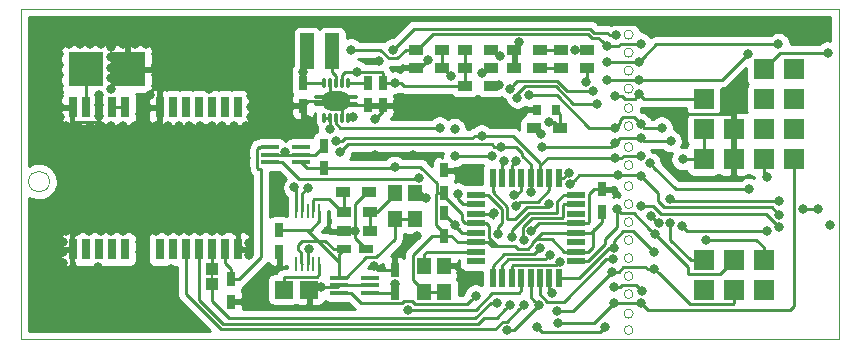
<source format=gbr>
G04 #@! TF.GenerationSoftware,KiCad,Pcbnew,(5.1.0)-1*
G04 #@! TF.CreationDate,2019-05-01T15:09:39-04:00*
G04 #@! TF.ProjectId,PicoTrackerWSPR1Rev4,5069636f-5472-4616-936b-657257535052,rev?*
G04 #@! TF.SameCoordinates,Original*
G04 #@! TF.FileFunction,Copper,L1,Top*
G04 #@! TF.FilePolarity,Positive*
%FSLAX46Y46*%
G04 Gerber Fmt 4.6, Leading zero omitted, Abs format (unit mm)*
G04 Created by KiCad (PCBNEW (5.1.0)-1) date 2019-05-01 15:09:39*
%MOMM*%
%LPD*%
G04 APERTURE LIST*
%ADD10C,0.100000*%
%ADD11C,0.150000*%
%ADD12O,3.799840X0.279400*%
%ADD13O,2.397760X1.648460*%
%ADD14O,0.279400X0.848360*%
%ADD15R,0.750000X1.200000*%
%ADD16R,1.200000X0.750000*%
%ADD17R,1.700000X1.700000*%
%ADD18R,1.200000X0.900000*%
%ADD19R,1.000000X1.000000*%
%ADD20R,1.143000X3.048000*%
%ADD21R,1.500000X0.400000*%
%ADD22R,0.797560X1.798320*%
%ADD23R,0.248920X1.300000*%
%ADD24R,0.550000X1.600000*%
%ADD25R,1.600000X0.550000*%
%ADD26R,3.000000X3.000000*%
%ADD27R,1.500000X1.500000*%
%ADD28R,1.193800X1.397000*%
%ADD29R,0.635000X0.863600*%
%ADD30C,0.800000*%
%ADD31C,0.250000*%
%ADD32C,0.254000*%
G04 APERTURE END LIST*
D10*
X53975000Y-62230000D02*
X53975000Y-63500000D01*
X123190000Y-62230000D02*
X123190000Y-63500000D01*
X53975000Y-90170000D02*
X53975000Y-63500000D01*
X123190000Y-90170000D02*
X53975000Y-90170000D01*
X123190000Y-63500000D02*
X123190000Y-90170000D01*
X53975000Y-62230000D02*
X123190000Y-62230000D01*
X105791021Y-89408000D02*
G75*
G03X105791021Y-89408000I-381021J0D01*
G01*
X105791021Y-64389000D02*
G75*
G03X105791021Y-64389000I-381021J0D01*
G01*
X105791021Y-65913000D02*
G75*
G03X105791021Y-65913000I-381021J0D01*
G01*
X105791021Y-67437000D02*
G75*
G03X105791021Y-67437000I-381021J0D01*
G01*
X105791021Y-68961000D02*
G75*
G03X105791021Y-68961000I-381021J0D01*
G01*
X105791021Y-70612000D02*
G75*
G03X105791021Y-70612000I-381021J0D01*
G01*
X105791021Y-72136000D02*
G75*
G03X105791021Y-72136000I-381021J0D01*
G01*
X105791021Y-73914000D02*
G75*
G03X105791021Y-73914000I-381021J0D01*
G01*
X105791021Y-75438000D02*
G75*
G03X105791021Y-75438000I-381021J0D01*
G01*
X105791021Y-77216000D02*
G75*
G03X105791021Y-77216000I-381021J0D01*
G01*
X105791021Y-78740000D02*
G75*
G03X105791021Y-78740000I-381021J0D01*
G01*
X105791021Y-80264000D02*
G75*
G03X105791021Y-80264000I-381021J0D01*
G01*
X105791021Y-81788000D02*
G75*
G03X105791021Y-81788000I-381021J0D01*
G01*
X105791021Y-83312000D02*
G75*
G03X105791021Y-83312000I-381021J0D01*
G01*
X105791021Y-86360000D02*
G75*
G03X105791021Y-86360000I-381021J0D01*
G01*
X105791021Y-84836000D02*
G75*
G03X105791021Y-84836000I-381021J0D01*
G01*
X105791021Y-88011000D02*
G75*
G03X105791021Y-88011000I-381021J0D01*
G01*
X56388000Y-76835000D02*
G75*
G03X56388000Y-76835000I-889000J0D01*
G01*
D11*
X70104000Y-85217000D02*
X70104000Y-84455000D01*
D12*
X80645000Y-69702680D03*
X80645000Y-70251320D03*
D13*
X80645000Y-69977000D03*
D14*
X81643220Y-71450200D03*
X81142840Y-71450200D03*
X80645000Y-71450200D03*
X80147160Y-71450200D03*
X79646780Y-71450200D03*
X79646780Y-68503800D03*
X80147160Y-68503800D03*
X80645000Y-68503800D03*
X81142840Y-68503800D03*
X81643220Y-68503800D03*
D15*
X103124000Y-77475000D03*
X103124000Y-79375000D03*
X77851000Y-68519000D03*
X77851000Y-70419000D03*
X83312000Y-70358000D03*
X83312000Y-68458000D03*
X84582000Y-68458000D03*
X84582000Y-70358000D03*
X71755000Y-85095000D03*
X71755000Y-86995000D03*
X79629000Y-73787000D03*
X79629000Y-75687000D03*
D16*
X81280000Y-82550000D03*
X83180000Y-82550000D03*
D15*
X85598000Y-86228000D03*
X85598000Y-84328000D03*
X89789000Y-75885000D03*
X89789000Y-77785000D03*
X75819000Y-80899000D03*
X75819000Y-82799000D03*
D17*
X111760000Y-74930000D03*
X114300000Y-74930000D03*
X116840000Y-69850000D03*
X119380000Y-69850000D03*
X111760000Y-72390000D03*
X116840000Y-72390000D03*
X119380000Y-72390000D03*
X116840000Y-83506000D03*
X114300000Y-83506000D03*
X111760000Y-83506000D03*
X116840000Y-86046000D03*
X114300000Y-86046000D03*
X111760000Y-86046000D03*
X119380000Y-74930000D03*
X116840000Y-74930000D03*
X116840000Y-67310000D03*
X119380000Y-67310000D03*
D18*
X97917000Y-65659000D03*
X95717000Y-65659000D03*
X95717000Y-67183000D03*
X97917000Y-67183000D03*
D19*
X70104000Y-85471000D03*
X70104000Y-84201000D03*
D20*
X80327500Y-65786000D03*
X78168500Y-65786000D03*
D21*
X77717000Y-73899000D03*
X77717000Y-74549000D03*
X77717000Y-75199000D03*
X75057000Y-75199000D03*
X75057000Y-74549000D03*
X75057000Y-73899000D03*
X80899000Y-84963000D03*
X80899000Y-85613000D03*
X80899000Y-86263000D03*
X83559000Y-86263000D03*
X83559000Y-85613000D03*
X83559000Y-84963000D03*
D22*
X72336660Y-70553580D03*
X71236840Y-70553580D03*
X70137020Y-70553580D03*
X69037200Y-70553580D03*
X67937380Y-70553580D03*
X66837560Y-70553580D03*
X65735200Y-70553580D03*
X62738000Y-70553580D03*
X61638180Y-70553580D03*
X60538360Y-70553580D03*
X59438540Y-70553580D03*
X58338720Y-70553580D03*
X58338720Y-82550000D03*
X59438540Y-82550000D03*
X60538360Y-82550000D03*
X61638180Y-82550000D03*
X62738000Y-82550000D03*
X65735200Y-82550000D03*
X66837560Y-82550000D03*
X67937380Y-82550000D03*
X69037200Y-82550000D03*
X70137020Y-82550000D03*
X71236840Y-82550000D03*
X72336660Y-82550000D03*
D23*
X79230220Y-79284000D03*
X78729840Y-79284000D03*
X78232000Y-79284000D03*
X77734160Y-79284000D03*
X77233780Y-79284000D03*
X77233780Y-83784000D03*
X77734160Y-83784000D03*
X78232000Y-83784000D03*
X78729840Y-83784000D03*
X79230220Y-83784000D03*
D18*
X101895000Y-65659000D03*
X99695000Y-65659000D03*
X99695000Y-67183000D03*
X101895000Y-67183000D03*
X93726000Y-65659000D03*
X91526000Y-65659000D03*
X91526000Y-67183000D03*
X93726000Y-67183000D03*
D24*
X93915000Y-76503000D03*
X94715000Y-76503000D03*
X95515000Y-76503000D03*
X96315000Y-76503000D03*
X97115000Y-76503000D03*
X97915000Y-76503000D03*
X98715000Y-76503000D03*
X99515000Y-76503000D03*
D25*
X100965000Y-77953000D03*
X100965000Y-78753000D03*
X100965000Y-79553000D03*
X100965000Y-80353000D03*
X100965000Y-81153000D03*
X100965000Y-81953000D03*
X100965000Y-82753000D03*
X100965000Y-83553000D03*
D24*
X99515000Y-85003000D03*
X98715000Y-85003000D03*
X97915000Y-85003000D03*
X97115000Y-85003000D03*
X96315000Y-85003000D03*
X95515000Y-85003000D03*
X94715000Y-85003000D03*
X93915000Y-85003000D03*
D25*
X92465000Y-83553000D03*
X92465000Y-82753000D03*
X92465000Y-81953000D03*
X92465000Y-81153000D03*
X92465000Y-80353000D03*
X92465000Y-79553000D03*
X92465000Y-78753000D03*
X92465000Y-77953000D03*
D17*
X111760000Y-69850000D03*
X114300000Y-72390000D03*
D18*
X89576000Y-65659000D03*
X87376000Y-65659000D03*
X87376000Y-67183000D03*
X89576000Y-67183000D03*
D15*
X89789000Y-79507000D03*
X89789000Y-81407000D03*
D26*
X62992000Y-67310000D03*
X59436000Y-67310000D03*
D27*
X78359000Y-85979000D03*
X76200000Y-85979000D03*
D18*
X99609000Y-72263000D03*
X97409000Y-72263000D03*
X93726000Y-68707000D03*
X91526000Y-68707000D03*
X81280000Y-81026000D03*
X83480000Y-81026000D03*
X81280000Y-79375000D03*
X83480000Y-79375000D03*
X81239000Y-77724000D03*
X83439000Y-77724000D03*
D28*
X89789000Y-86156800D03*
X89789000Y-83947000D03*
X88087200Y-83947000D03*
X88087200Y-86156800D03*
X85598000Y-80010000D03*
X85598000Y-77800200D03*
X87299800Y-77800200D03*
X87299800Y-80010000D03*
D29*
X97624900Y-70739000D03*
X99225100Y-70739000D03*
D30*
X57150000Y-68707000D03*
X57150000Y-67818000D03*
X57150000Y-66929000D03*
X57150000Y-66040000D03*
X57150000Y-65151000D03*
X58039000Y-65151000D03*
X58928000Y-65151000D03*
X59817000Y-65151000D03*
X60706000Y-65151000D03*
X61595000Y-65405000D03*
X61595000Y-66294000D03*
X61595000Y-67183000D03*
X61595000Y-68072000D03*
X57785000Y-81026000D03*
X57785000Y-80137000D03*
X57785000Y-79248000D03*
X57785000Y-78359000D03*
X57785000Y-77470000D03*
X57785000Y-76581000D03*
X57785000Y-75692000D03*
X57785000Y-74803000D03*
X57785000Y-73914000D03*
X57785000Y-73025000D03*
X57785000Y-72136000D03*
X73025000Y-72136000D03*
X73025000Y-74803000D03*
X73025000Y-76581000D03*
X73025000Y-78359000D03*
X73025000Y-73025000D03*
X73025000Y-75692000D03*
X73025000Y-77470000D03*
X73025000Y-73914000D03*
X60706000Y-76581000D03*
X60706000Y-78359000D03*
X60706000Y-79248000D03*
X60706000Y-73025000D03*
X60706000Y-81026000D03*
X60706000Y-77470000D03*
X60706000Y-80137000D03*
X60706000Y-73914000D03*
X60706000Y-74803000D03*
X60706000Y-72136000D03*
X60706000Y-75692000D03*
X63627000Y-80137000D03*
X63627000Y-79248000D03*
X63627000Y-73914000D03*
X63627000Y-81026000D03*
X63627000Y-75692000D03*
X63627000Y-76581000D03*
X63627000Y-78359000D03*
X63627000Y-73025000D03*
X63627000Y-77470000D03*
X63627000Y-74803000D03*
X63627000Y-72136000D03*
X66421000Y-80137000D03*
X66421000Y-81026000D03*
X66421000Y-73025000D03*
X66421000Y-79248000D03*
X66421000Y-77470000D03*
X66421000Y-76581000D03*
X66421000Y-75692000D03*
X66421000Y-73914000D03*
X66421000Y-78359000D03*
X66421000Y-74803000D03*
X66421000Y-72136000D03*
X70104000Y-74803000D03*
X70104000Y-76581000D03*
X70104000Y-75692000D03*
X70104000Y-78359000D03*
X70104000Y-73025000D03*
X70104000Y-72136000D03*
X70104000Y-79248000D03*
X70104000Y-77470000D03*
X70104000Y-80137000D03*
X70104000Y-73914000D03*
X58674000Y-81026000D03*
X59690000Y-81026000D03*
X64516000Y-81026000D03*
X65405000Y-81026000D03*
X67310000Y-81026000D03*
X68199000Y-81026000D03*
X70993000Y-81026000D03*
X61595000Y-72136000D03*
X62611000Y-72136000D03*
X64516000Y-72136000D03*
X65405000Y-72136000D03*
X67310000Y-72136000D03*
X68199000Y-72136000D03*
X69088000Y-72136000D03*
X70993000Y-72136000D03*
X72009000Y-72136000D03*
X59817000Y-72136000D03*
X58801000Y-72136000D03*
X60579000Y-71247000D03*
X60579000Y-70358000D03*
X57785000Y-84582000D03*
X57785000Y-85471000D03*
X57785000Y-86360000D03*
X57785000Y-87249000D03*
X58674000Y-87249000D03*
X59563000Y-87249000D03*
X60452000Y-87249000D03*
X61341000Y-87249000D03*
X62230000Y-87249000D03*
X63119000Y-87249000D03*
X64008000Y-87249000D03*
X64897000Y-87249000D03*
X65786000Y-87249000D03*
X66675000Y-87249000D03*
X60452000Y-86233000D03*
X60452000Y-85090000D03*
X64008000Y-86360000D03*
X64008000Y-85471000D03*
X64008000Y-84582000D03*
X64008000Y-83693000D03*
X64008000Y-82804000D03*
X64008000Y-81915000D03*
X66675000Y-86233000D03*
X66675000Y-85217000D03*
X66675000Y-84201000D03*
X65405000Y-65151000D03*
X65405000Y-66040000D03*
X65405000Y-66929000D03*
X65405000Y-67818000D03*
X65405000Y-68707000D03*
X66294000Y-65151000D03*
X67183000Y-65151000D03*
X68072000Y-65151000D03*
X68961000Y-65151000D03*
X69850000Y-65151000D03*
X70739000Y-65151000D03*
X71628000Y-65151000D03*
X72517000Y-65151000D03*
X73406000Y-65151000D03*
X73406000Y-66040000D03*
X73406000Y-66929000D03*
X73406000Y-67818000D03*
X73406000Y-68707000D03*
X73406000Y-69596000D03*
X73406000Y-70485000D03*
X73406000Y-71374000D03*
X69850000Y-66040000D03*
X69850000Y-66929000D03*
X69850000Y-67945000D03*
X69850000Y-68961000D03*
X64516000Y-65151000D03*
X63627000Y-65151000D03*
X62611000Y-65151000D03*
X60452000Y-84074000D03*
X60579000Y-69469000D03*
X69088000Y-81026000D03*
X62611000Y-81026000D03*
X61595000Y-81026000D03*
X70104000Y-81026000D03*
X61595000Y-68961000D03*
X78232000Y-71628000D03*
X72949069Y-79232814D03*
X72949069Y-80152186D03*
X106680000Y-63500000D03*
X64897000Y-69469000D03*
X64008000Y-71120000D03*
X64262000Y-70231000D03*
X73256991Y-81027634D03*
X72136000Y-81026000D03*
X57531000Y-82804000D03*
X57531000Y-81915000D03*
X57531000Y-83693000D03*
X57277000Y-71374000D03*
X57277000Y-70485000D03*
X57150000Y-69596000D03*
X76343931Y-74366782D03*
X78331828Y-82550001D03*
X79375000Y-85725000D03*
X82279998Y-81026000D03*
X88265000Y-78232000D03*
X90687001Y-80512939D03*
X91186000Y-84582000D03*
X93980000Y-79502000D03*
X88392000Y-66548000D03*
X84294839Y-66581161D03*
X91821000Y-76073000D03*
X86995000Y-70358000D03*
X83947000Y-74549000D03*
X87122000Y-74549000D03*
X96139000Y-65050033D03*
X97155000Y-81026000D03*
X73279000Y-86995000D03*
X83947000Y-71501000D03*
X103377997Y-63245997D03*
X107315000Y-71120000D03*
X73260974Y-82042001D03*
X75655010Y-77470000D03*
X73260974Y-83058000D03*
X83820000Y-83975037D03*
X87503000Y-81407000D03*
X104267000Y-69543993D03*
X106328969Y-69432402D03*
X82042000Y-71374000D03*
X82439200Y-67523040D03*
X85593000Y-68458000D03*
X85598000Y-85528080D03*
X85598000Y-75565008D03*
X104381194Y-64454208D03*
X85471000Y-65659000D03*
X109982000Y-74930000D03*
X106426000Y-65151000D03*
X77851000Y-67564000D03*
X80095560Y-72417890D03*
X81915000Y-65659000D03*
X103541990Y-65368010D03*
X115479884Y-66003010D03*
X106299000Y-68199000D03*
X102743000Y-70231000D03*
X95991968Y-69715786D03*
X95883640Y-75123719D03*
X103541990Y-68197698D03*
X118087091Y-65203657D03*
X106298992Y-66675000D03*
X102428522Y-69127958D03*
X95347790Y-68950895D03*
X94885239Y-75066991D03*
X103541990Y-66675000D03*
X115570000Y-77470000D03*
X104267000Y-74803000D03*
X106428616Y-74673382D03*
X107200924Y-75280844D03*
X92960898Y-67680161D03*
X80604002Y-73406000D03*
X77105095Y-77328433D03*
X92964000Y-72931913D03*
X118110000Y-78486000D03*
X108966000Y-73406000D03*
X108877453Y-78268990D03*
X104267000Y-73533000D03*
X106426008Y-73152000D03*
X80960669Y-74340244D03*
X94615000Y-73877010D03*
X78232014Y-77343000D03*
X94402654Y-68624182D03*
X98044000Y-73914000D03*
X97130418Y-77746044D03*
X112007411Y-81751010D03*
X107569002Y-82804000D03*
X104140000Y-82423000D03*
X104393850Y-79123231D03*
X107649612Y-81293606D03*
X108204000Y-72263000D03*
X104267000Y-72263000D03*
X106425082Y-71956050D03*
X94519628Y-66165100D03*
X96991002Y-69505998D03*
X95680407Y-77932415D03*
X108947835Y-80375030D03*
X104013000Y-84455000D03*
X107569000Y-84201000D03*
X99314000Y-87757000D03*
X98891364Y-86291318D03*
X104139988Y-87122000D03*
X106483685Y-87122000D03*
X96520000Y-87249000D03*
X99441000Y-88772994D03*
X96525448Y-81802974D03*
X117094000Y-76454000D03*
X117094000Y-81026000D03*
X104139998Y-85725000D03*
X106561420Y-86125014D03*
X107315000Y-79756000D03*
X107948462Y-80339294D03*
X109917365Y-80620052D03*
X103378000Y-89154000D03*
X95377000Y-87249000D03*
X97663000Y-89154000D03*
X95566143Y-81520558D03*
X118110000Y-80645000D03*
X122428000Y-80518000D03*
X122301000Y-65913000D03*
X106433007Y-78868118D03*
X104099648Y-83422198D03*
X121412000Y-79121000D03*
X120142000Y-79121000D03*
X118181031Y-79647514D03*
X106426000Y-76326996D03*
X104482945Y-76312619D03*
X100471423Y-77062961D03*
X98664976Y-78727968D03*
X87630000Y-76501698D03*
X86731659Y-87692965D03*
X92456000Y-86487000D03*
X95123000Y-89408000D03*
X97817120Y-87315398D03*
X100895002Y-65659000D03*
X98737013Y-83042196D03*
X101778001Y-68368454D03*
X99564984Y-83602988D03*
X90932000Y-77851000D03*
X89408000Y-72263000D03*
X90387915Y-67898455D03*
X90678000Y-72390000D03*
X93853000Y-74676000D03*
X90678000Y-74676000D03*
X95878122Y-78915123D03*
X94361000Y-81280000D03*
X94291459Y-87074514D03*
X100330000Y-76073000D03*
X98679000Y-71755000D03*
X97953990Y-72771000D03*
X97929315Y-82452580D03*
D31*
X58338720Y-71702740D02*
X58413721Y-71777741D01*
X58413721Y-71777741D02*
X60463359Y-71777741D01*
X60463359Y-71777741D02*
X60538360Y-71702740D01*
X60538360Y-71702740D02*
X60538360Y-70553580D01*
X58338720Y-70553580D02*
X58338720Y-71702740D01*
X114300000Y-74930000D02*
X114300000Y-72390000D01*
X72590660Y-82296000D02*
X72336660Y-82550000D01*
X84582000Y-70358000D02*
X83312000Y-70358000D01*
X80751680Y-70358000D02*
X80645000Y-70251320D01*
X83312000Y-70358000D02*
X80751680Y-70358000D01*
X81142840Y-70474840D02*
X80645000Y-69977000D01*
X81142840Y-71450200D02*
X81142840Y-70474840D01*
X80147160Y-69479160D02*
X80147160Y-68503800D01*
X80645000Y-69977000D02*
X80147160Y-69479160D01*
X78293000Y-69977000D02*
X77851000Y-70419000D01*
X80645000Y-69977000D02*
X78293000Y-69977000D01*
X77851000Y-70993000D02*
X77851000Y-70419000D01*
X78232000Y-71628000D02*
X77851000Y-70993000D01*
X77717000Y-74549000D02*
X76526149Y-74549000D01*
X76526149Y-74549000D02*
X76343931Y-74366782D01*
X76161713Y-74549000D02*
X76343931Y-74366782D01*
X75057000Y-74549000D02*
X76161713Y-74549000D01*
X78867000Y-74549000D02*
X79629000Y-73787000D01*
X77717000Y-74549000D02*
X78867000Y-74549000D01*
X78232000Y-82649829D02*
X78331828Y-82550001D01*
X78232000Y-83784000D02*
X78232000Y-82649829D01*
X80787000Y-85725000D02*
X80899000Y-85613000D01*
X79375000Y-85725000D02*
X80787000Y-85725000D01*
X81899000Y-85613000D02*
X83559000Y-85613000D01*
X80899000Y-85613000D02*
X81899000Y-85613000D01*
X81280000Y-81026000D02*
X82279998Y-81026000D01*
X82279998Y-81649998D02*
X83180000Y-82550000D01*
X82279998Y-81026000D02*
X82279998Y-81649998D01*
X83289000Y-77724000D02*
X83439000Y-77724000D01*
X82279998Y-78733002D02*
X83289000Y-77724000D01*
X82279998Y-81026000D02*
X82279998Y-78733002D01*
X87299800Y-77800200D02*
X87833200Y-77800200D01*
X87833200Y-77800200D02*
X88265000Y-78232000D01*
X89789000Y-79614938D02*
X90687001Y-80512939D01*
X89789000Y-79507000D02*
X89789000Y-79614938D01*
X91327062Y-81153000D02*
X92465000Y-81153000D01*
X90687001Y-80512939D02*
X91327062Y-81153000D01*
X89789000Y-83947000D02*
X90551000Y-83947000D01*
X90551000Y-83947000D02*
X91186000Y-84582000D01*
X93929000Y-79553000D02*
X93980000Y-79502000D01*
X92465000Y-79553000D02*
X93929000Y-79553000D01*
X87376000Y-67183000D02*
X87757000Y-67183000D01*
X87757000Y-67183000D02*
X88392000Y-66548000D01*
X89789000Y-75885000D02*
X91633000Y-75885000D01*
X91633000Y-75885000D02*
X91821000Y-76073000D01*
X87122000Y-74549000D02*
X83947000Y-74549000D01*
X95717000Y-65472033D02*
X96139000Y-65050033D01*
X95717000Y-65659000D02*
X95717000Y-65472033D01*
X102015000Y-80353000D02*
X100965000Y-80353000D01*
X102090001Y-80277999D02*
X102015000Y-80353000D01*
X102090001Y-77883999D02*
X102090001Y-80277999D01*
X102499000Y-77475000D02*
X102090001Y-77883999D01*
X103124000Y-77475000D02*
X102499000Y-77475000D01*
X97828000Y-80353000D02*
X97155000Y-81026000D01*
X100965000Y-80353000D02*
X97828000Y-80353000D01*
X84582000Y-70358000D02*
X84582000Y-70866000D01*
X84582000Y-70866000D02*
X83947000Y-71501000D01*
X103632000Y-63500000D02*
X103377997Y-63245997D01*
X106680000Y-63500000D02*
X103632000Y-63500000D01*
X114300000Y-72390000D02*
X114300000Y-71290000D01*
X114300000Y-71290000D02*
X114130000Y-71120000D01*
X107880685Y-71120000D02*
X107315000Y-71120000D01*
X114130000Y-71120000D02*
X107880685Y-71120000D01*
X85598000Y-84328000D02*
X84172963Y-84328000D01*
X84172963Y-84328000D02*
X83820000Y-83975037D01*
X111760000Y-69850000D02*
X106746567Y-69850000D01*
X105121093Y-69832401D02*
X105928970Y-69832401D01*
X106746567Y-69850000D02*
X106728968Y-69832401D01*
X105928970Y-69832401D02*
X106328969Y-69432402D01*
X106728968Y-69832401D02*
X106328969Y-69432402D01*
X81643220Y-71450200D02*
X81965800Y-71450200D01*
X81965800Y-71450200D02*
X82042000Y-71374000D01*
X91526000Y-68707000D02*
X91526000Y-67183000D01*
X91526000Y-67183000D02*
X91526000Y-65659000D01*
X84582000Y-68458000D02*
X85593000Y-68458000D01*
X81439461Y-67532999D02*
X81142840Y-67829620D01*
X84506999Y-67532999D02*
X81439461Y-67532999D01*
X84582000Y-67608000D02*
X84506999Y-67532999D01*
X84582000Y-68458000D02*
X84582000Y-67608000D01*
X81142840Y-67829620D02*
X81142840Y-68503800D01*
X78205000Y-75687000D02*
X77717000Y-75199000D01*
X79629000Y-75687000D02*
X78205000Y-75687000D01*
X89164000Y-77785000D02*
X89789000Y-77785000D01*
X89789000Y-81182000D02*
X89789000Y-81407000D01*
X89088999Y-80481999D02*
X89789000Y-81182000D01*
X89088999Y-77860001D02*
X89088999Y-80481999D01*
X89164000Y-77785000D02*
X89088999Y-77860001D01*
X91415000Y-81953000D02*
X92465000Y-81953000D01*
X90960000Y-81953000D02*
X91415000Y-81953000D01*
X90414000Y-81407000D02*
X90960000Y-81953000D01*
X89789000Y-81407000D02*
X90414000Y-81407000D01*
X85563000Y-86263000D02*
X85598000Y-86228000D01*
X83559000Y-86263000D02*
X85563000Y-86263000D01*
X85598000Y-86228000D02*
X85598000Y-85528080D01*
X88087200Y-86156800D02*
X89789000Y-86156800D01*
X79629000Y-75687000D02*
X85476008Y-75687000D01*
X86163685Y-75565008D02*
X85598000Y-75565008D01*
X85476008Y-75687000D02*
X85598000Y-75565008D01*
X89164000Y-77785000D02*
X89164000Y-76962694D01*
X87766314Y-75565008D02*
X86163685Y-75565008D01*
X89164000Y-76962694D02*
X87766314Y-75565008D01*
X86407685Y-68707000D02*
X91526000Y-68707000D01*
X86158685Y-68458000D02*
X86407685Y-68707000D01*
X85593000Y-68458000D02*
X86158685Y-68458000D01*
X98101004Y-81153000D02*
X97503002Y-81751002D01*
X100965000Y-81153000D02*
X98101004Y-81153000D01*
X93515000Y-81953000D02*
X93821002Y-82259002D01*
X92465000Y-81953000D02*
X93515000Y-81953000D01*
X93821002Y-82259002D02*
X95790998Y-82259002D01*
X99915000Y-82753000D02*
X100965000Y-82753000D01*
X98889579Y-81727579D02*
X99915000Y-82753000D01*
X97526425Y-81727579D02*
X98889579Y-81727579D01*
X97503002Y-81751002D02*
X97526425Y-81727579D01*
X93325002Y-80353000D02*
X92465000Y-80353000D01*
X93590001Y-80617999D02*
X93325002Y-80353000D01*
X93590001Y-81582005D02*
X93590001Y-80617999D01*
X94266998Y-82259002D02*
X93590001Y-81582005D01*
X95790998Y-82259002D02*
X94266998Y-82259002D01*
X104832685Y-69543993D02*
X104267000Y-69543993D01*
X105121093Y-69832401D02*
X104832685Y-69543993D01*
X91339999Y-79560999D02*
X91339999Y-80092933D01*
X91339999Y-80092933D02*
X91600066Y-80353000D01*
X89789000Y-78010000D02*
X91339999Y-79560999D01*
X89789000Y-77785000D02*
X89789000Y-78010000D01*
X91600066Y-80353000D02*
X92465000Y-80353000D01*
X103124000Y-80225000D02*
X102419991Y-80929009D01*
X102196000Y-81153000D02*
X102015000Y-81153000D01*
X102419991Y-82348009D02*
X102015000Y-82753000D01*
X102015000Y-82753000D02*
X100965000Y-82753000D01*
X102419991Y-80929009D02*
X102419991Y-82348009D01*
X103124000Y-80225000D02*
X102196000Y-81153000D01*
X102015000Y-81153000D02*
X100965000Y-81153000D01*
X103124000Y-79375000D02*
X103124000Y-80225000D01*
X96873450Y-82527976D02*
X96059972Y-82527976D01*
X97503002Y-81751002D02*
X97255987Y-81998017D01*
X97255987Y-82145439D02*
X96873450Y-82527976D01*
X97255987Y-81998017D02*
X97255987Y-82145439D01*
X96059972Y-82527976D02*
X95790998Y-82259002D01*
X103586303Y-64225002D02*
X102521998Y-64225002D01*
X104381194Y-64454208D02*
X103815509Y-64454208D01*
X103815509Y-64454208D02*
X103586303Y-64225002D01*
X87254990Y-63875010D02*
X85870999Y-65259001D01*
X85870999Y-65259001D02*
X85471000Y-65659000D01*
X102172006Y-63875010D02*
X87254990Y-63875010D01*
X102521998Y-64225002D02*
X102172006Y-63875010D01*
X88087200Y-86055200D02*
X88087200Y-86156800D01*
X87165299Y-85133299D02*
X88087200Y-86055200D01*
X87165299Y-83014701D02*
X87165299Y-85133299D01*
X89789000Y-81407000D02*
X88773000Y-81407000D01*
X88773000Y-81407000D02*
X87165299Y-83014701D01*
X111760000Y-72390000D02*
X111760000Y-74930000D01*
X111760000Y-74930000D02*
X109982000Y-74930000D01*
X77851000Y-66103500D02*
X78168500Y-65786000D01*
X79631580Y-68519000D02*
X79646780Y-68503800D01*
X77851000Y-68519000D02*
X79631580Y-68519000D01*
X80147160Y-71450200D02*
X79646780Y-71450200D01*
X77851000Y-68519000D02*
X77851000Y-67564000D01*
X77851000Y-67564000D02*
X77851000Y-66103500D01*
X80147160Y-72366290D02*
X80095560Y-72417890D01*
X80147160Y-71450200D02*
X80147160Y-72366290D01*
X104540394Y-65368010D02*
X104107675Y-65368010D01*
X104757404Y-65151000D02*
X104540394Y-65368010D01*
X106426000Y-65151000D02*
X104757404Y-65151000D01*
X104107675Y-65368010D02*
X103541990Y-65368010D01*
X86526000Y-65659000D02*
X85800999Y-66384001D01*
X85800999Y-66384001D02*
X85122999Y-66384001D01*
X87376000Y-65659000D02*
X86526000Y-65659000D01*
X85122999Y-66384001D02*
X84397998Y-65659000D01*
X82480685Y-65659000D02*
X81915000Y-65659000D01*
X84397998Y-65659000D02*
X82480685Y-65659000D01*
X87376000Y-65659000D02*
X87526000Y-65659000D01*
X87526000Y-65659000D02*
X88859979Y-64325021D01*
X103141991Y-64968011D02*
X103541990Y-65368010D01*
X102335598Y-64675013D02*
X102848993Y-64675013D01*
X101985607Y-64325021D02*
X102335598Y-64675013D01*
X88859979Y-64325021D02*
X101985607Y-64325021D01*
X102848993Y-64675013D02*
X103141991Y-64968011D01*
X81689020Y-68458000D02*
X81643220Y-68503800D01*
X83312000Y-68458000D02*
X81689020Y-68458000D01*
X71236840Y-83699160D02*
X71236840Y-82550000D01*
X71236840Y-83726840D02*
X71236840Y-83699160D01*
X71755000Y-84245000D02*
X71236840Y-83726840D01*
X71755000Y-85095000D02*
X71755000Y-84245000D01*
X72435602Y-85095000D02*
X71755000Y-85095000D01*
X74295000Y-75724001D02*
X74295000Y-83235602D01*
X74046999Y-75724001D02*
X74295000Y-75724001D01*
X74295000Y-83235602D02*
X72435602Y-85095000D01*
X74057000Y-73899000D02*
X74181999Y-74023999D01*
X74181999Y-74023999D02*
X74046999Y-74023999D01*
X75057000Y-73899000D02*
X74057000Y-73899000D01*
X74046999Y-74023999D02*
X73981999Y-74088999D01*
X73981999Y-74088999D02*
X73981999Y-75659001D01*
X73981999Y-75659001D02*
X74046999Y-75724001D01*
X79230220Y-80184000D02*
X79230220Y-79284000D01*
X78515220Y-80899000D02*
X79230220Y-80184000D01*
X75819000Y-80899000D02*
X78515220Y-80899000D01*
X80899000Y-82931000D02*
X81280000Y-82550000D01*
X80899000Y-84963000D02*
X80899000Y-82931000D01*
X85598000Y-80010000D02*
X87299800Y-80010000D01*
X78178006Y-80899000D02*
X76444000Y-80899000D01*
X80430000Y-82550000D02*
X79704998Y-81824998D01*
X80899000Y-83619994D02*
X78178006Y-80899000D01*
X81280000Y-82550000D02*
X80430000Y-82550000D01*
X76444000Y-80899000D02*
X75819000Y-80899000D01*
X77683241Y-82873999D02*
X77683241Y-83733081D01*
X77683241Y-83733081D02*
X77734160Y-83784000D01*
X77379998Y-82201998D02*
X77379998Y-82570756D01*
X77756998Y-81824998D02*
X77379998Y-82201998D01*
X79704998Y-81824998D02*
X77756998Y-81824998D01*
X80899000Y-84963000D02*
X80899000Y-83619994D01*
X77379998Y-82570756D02*
X77683241Y-82873999D01*
X81449000Y-84963000D02*
X83161999Y-83250001D01*
X85598000Y-81692002D02*
X85598000Y-80958500D01*
X84040001Y-83250001D02*
X85598000Y-81692002D01*
X83161999Y-83250001D02*
X84040001Y-83250001D01*
X80899000Y-84963000D02*
X81449000Y-84963000D01*
X85598000Y-80958500D02*
X85598000Y-80010000D01*
X106297698Y-68197698D02*
X106299000Y-68199000D01*
X106864685Y-68199000D02*
X106299000Y-68199000D01*
X115479884Y-66003010D02*
X113283894Y-68199000D01*
X113283894Y-68199000D02*
X106864685Y-68199000D01*
X100687812Y-70231000D02*
X99237808Y-68780996D01*
X95991968Y-69432028D02*
X95991968Y-69715786D01*
X99237808Y-68780996D02*
X96643000Y-68780996D01*
X102743000Y-70231000D02*
X100687812Y-70231000D01*
X96643000Y-68780996D02*
X95991968Y-69432028D01*
X95844281Y-75123719D02*
X95883640Y-75123719D01*
X95515000Y-75453000D02*
X95844281Y-75123719D01*
X95515000Y-76503000D02*
X95515000Y-75453000D01*
X103543292Y-68199000D02*
X103541990Y-68197698D01*
X106299000Y-68199000D02*
X103543292Y-68199000D01*
X107770335Y-65203657D02*
X106698991Y-66275001D01*
X118087091Y-65203657D02*
X107770335Y-65203657D01*
X106698991Y-66275001D02*
X106298992Y-66675000D01*
X99387209Y-68293987D02*
X96004698Y-68293987D01*
X102428522Y-69127958D02*
X100221180Y-69127958D01*
X100221180Y-69127958D02*
X99387209Y-68293987D01*
X96004698Y-68293987D02*
X95747789Y-68550896D01*
X95747789Y-68550896D02*
X95347790Y-68950895D01*
X94715000Y-75237230D02*
X94885239Y-75066991D01*
X94715000Y-76503000D02*
X94715000Y-75237230D01*
X106298992Y-66675000D02*
X103541990Y-66675000D01*
X104962303Y-74673382D02*
X106428616Y-74673382D01*
X107600923Y-75680843D02*
X107200924Y-75280844D01*
X115570000Y-77470000D02*
X109390080Y-77470000D01*
X109390080Y-77470000D02*
X107600923Y-75680843D01*
X93726000Y-67183000D02*
X93458059Y-67183000D01*
X93458059Y-67183000D02*
X92960898Y-67680161D01*
X77233780Y-79284000D02*
X77233780Y-77457118D01*
X77233780Y-77457118D02*
X77105095Y-77328433D01*
X104832685Y-74803000D02*
X104267000Y-74803000D01*
X104962303Y-74673382D02*
X104832685Y-74803000D01*
X103701315Y-74803000D02*
X104267000Y-74803000D01*
X98565000Y-74803000D02*
X103701315Y-74803000D01*
X97915000Y-75453000D02*
X98565000Y-74803000D01*
X97915000Y-76503000D02*
X97915000Y-75453000D01*
X92398315Y-72931913D02*
X92964000Y-72931913D01*
X97915000Y-75250585D02*
X95596328Y-72931913D01*
X92178228Y-73152000D02*
X92398315Y-72931913D01*
X97915000Y-76503000D02*
X97915000Y-75250585D01*
X93529685Y-72931913D02*
X92964000Y-72931913D01*
X81423687Y-73152000D02*
X92178228Y-73152000D01*
X81169687Y-73406000D02*
X81423687Y-73152000D01*
X80604002Y-73406000D02*
X81169687Y-73406000D01*
X95596328Y-72931913D02*
X93529685Y-72931913D01*
X108877453Y-78397453D02*
X108877453Y-78268990D01*
X108966000Y-78486000D02*
X108877453Y-78397453D01*
X118110000Y-78486000D02*
X108966000Y-78486000D01*
X108966000Y-73406000D02*
X106680008Y-73406000D01*
X106680008Y-73406000D02*
X106426008Y-73152000D01*
X106407009Y-73133001D02*
X106426008Y-73152000D01*
X77734160Y-77840854D02*
X77832015Y-77742999D01*
X77832015Y-77742999D02*
X78232014Y-77343000D01*
X77734160Y-79284000D02*
X77734160Y-77840854D01*
X93808818Y-68624182D02*
X93836969Y-68624182D01*
X93726000Y-68707000D02*
X93808818Y-68624182D01*
X93836969Y-68624182D02*
X94402654Y-68624182D01*
X97115000Y-76503000D02*
X97115000Y-75330824D01*
X97115000Y-75330824D02*
X96418977Y-74634801D01*
X95180685Y-73877010D02*
X94615000Y-73877010D01*
X96418977Y-74634801D02*
X96418977Y-74390973D01*
X95905014Y-73877010D02*
X95180685Y-73877010D01*
X96418977Y-74390973D02*
X95905014Y-73877010D01*
X98044000Y-73914000D02*
X103886000Y-73914000D01*
X103886000Y-73914000D02*
X104267000Y-73533000D01*
X104648000Y-73152000D02*
X106426008Y-73152000D01*
X104267000Y-73533000D02*
X104648000Y-73152000D01*
X97115000Y-77730626D02*
X97130418Y-77746044D01*
X97115000Y-76503000D02*
X97115000Y-77730626D01*
X93829228Y-73656923D02*
X94049315Y-73877010D01*
X81643990Y-73656923D02*
X93829228Y-73656923D01*
X80960669Y-74340244D02*
X81643990Y-73656923D01*
X94049315Y-73877010D02*
X94615000Y-73877010D01*
X112573096Y-81751010D02*
X112007411Y-81751010D01*
X116185010Y-81751010D02*
X112573096Y-81751010D01*
X116840000Y-82406000D02*
X116185010Y-81751010D01*
X116840000Y-83506000D02*
X116840000Y-82406000D01*
X100040000Y-85003000D02*
X99515000Y-85003000D01*
X107569002Y-82804000D02*
X105791002Y-81026000D01*
X104140000Y-81857315D02*
X104140000Y-82423000D01*
X105791002Y-81026000D02*
X104971315Y-81026000D01*
X104971315Y-81026000D02*
X104140000Y-81857315D01*
X104140000Y-82423000D02*
X103755002Y-82423000D01*
X101175002Y-85003000D02*
X100040000Y-85003000D01*
X103755002Y-82423000D02*
X101175002Y-85003000D01*
X104393850Y-79123231D02*
X104772619Y-79502000D01*
X107249613Y-80893607D02*
X107649612Y-81293606D01*
X114300000Y-83506000D02*
X113124999Y-84681001D01*
X113124999Y-84681001D02*
X110404509Y-84681001D01*
X105858006Y-79502000D02*
X107249613Y-80893607D01*
X104772619Y-79502000D02*
X105858006Y-79502000D01*
X110404509Y-84048503D02*
X107649612Y-81293606D01*
X110404509Y-84681001D02*
X110404509Y-84048503D01*
X103414998Y-82126593D02*
X101988592Y-83553000D01*
X103414998Y-81680067D02*
X103414998Y-82126593D01*
X101988592Y-83553000D02*
X100965000Y-83553000D01*
X104393850Y-79123231D02*
X104393850Y-80701215D01*
X104393850Y-80701215D02*
X103414998Y-81680067D01*
X106025083Y-71556051D02*
X106425082Y-71956050D01*
X106732032Y-72263000D02*
X106425082Y-71956050D01*
X108204000Y-72263000D02*
X106732032Y-72263000D01*
X105848044Y-71379012D02*
X106025083Y-71556051D01*
X93726000Y-65659000D02*
X94013528Y-65659000D01*
X94013528Y-65659000D02*
X94519628Y-66165100D01*
X102083402Y-72263000D02*
X99326400Y-69505998D01*
X104267000Y-72263000D02*
X102083402Y-72263000D01*
X99326400Y-69505998D02*
X96991002Y-69505998D01*
X104931660Y-71379012D02*
X105277988Y-71379012D01*
X104666999Y-71643673D02*
X104931660Y-71379012D01*
X104666999Y-71863001D02*
X104666999Y-71643673D01*
X104267000Y-72263000D02*
X104666999Y-71863001D01*
X105023988Y-71379012D02*
X105277988Y-71379012D01*
X105277988Y-71379012D02*
X105848044Y-71379012D01*
X96315000Y-77553000D02*
X95935585Y-77932415D01*
X95935585Y-77932415D02*
X95680407Y-77932415D01*
X96315000Y-76503000D02*
X96315000Y-77553000D01*
X108947835Y-81793835D02*
X108947835Y-80940715D01*
X110660000Y-83506000D02*
X108947835Y-81793835D01*
X108947835Y-80940715D02*
X108947835Y-80375030D01*
X111760000Y-83506000D02*
X110660000Y-83506000D01*
X114300000Y-86046000D02*
X114300000Y-87146000D01*
X114300000Y-87146000D02*
X114224999Y-87221001D01*
X114224999Y-87221001D02*
X110589001Y-87221001D01*
X107968999Y-84600999D02*
X107569000Y-84201000D01*
X110589001Y-87221001D02*
X107968999Y-84600999D01*
X107003315Y-84201000D02*
X106876315Y-84074000D01*
X107569000Y-84201000D02*
X107003315Y-84201000D01*
X104578685Y-84455000D02*
X104013000Y-84455000D01*
X104959685Y-84074000D02*
X104578685Y-84455000D01*
X106876315Y-84074000D02*
X104959685Y-84074000D01*
X100711000Y-87757000D02*
X104013000Y-84455000D01*
X99314000Y-87757000D02*
X100711000Y-87757000D01*
X98715000Y-85003000D02*
X98715000Y-86114954D01*
X98715000Y-86114954D02*
X98891364Y-86291318D01*
X107032697Y-87671012D02*
X106483685Y-87122000D01*
X119084988Y-87671012D02*
X107032697Y-87671012D01*
X119380000Y-74930000D02*
X119380000Y-87376000D01*
X119380000Y-87376000D02*
X119084988Y-87671012D01*
X106483685Y-87122000D02*
X104139988Y-87122000D01*
X67937380Y-82550000D02*
X67937380Y-86352380D01*
X96120001Y-87648999D02*
X96520000Y-87249000D01*
X94774998Y-88682998D02*
X95086002Y-88682998D01*
X70902999Y-89317999D02*
X94139997Y-89317999D01*
X67937380Y-86352380D02*
X70902999Y-89317999D01*
X95086002Y-88682998D02*
X96120001Y-87648999D01*
X94139997Y-89317999D02*
X94774998Y-88682998D01*
X102488994Y-88772994D02*
X100006685Y-88772994D01*
X104139988Y-87122000D02*
X102488994Y-88772994D01*
X100006685Y-88772994D02*
X99441000Y-88772994D01*
X96429998Y-80677998D02*
X96429998Y-81707524D01*
X99839999Y-79796421D02*
X99733431Y-79902989D01*
X99733431Y-79902989D02*
X97205007Y-79902989D01*
X97205007Y-79902989D02*
X96429998Y-80677998D01*
X96429998Y-81707524D02*
X96525448Y-81802974D01*
X99839999Y-78828001D02*
X99839999Y-79796421D01*
X99915000Y-78753000D02*
X99839999Y-78828001D01*
X100965000Y-78753000D02*
X99915000Y-78753000D01*
X116840000Y-74930000D02*
X116840000Y-76200000D01*
X116840000Y-76200000D02*
X117094000Y-76454000D01*
X107898294Y-80339294D02*
X107948462Y-80339294D01*
X110317364Y-81020051D02*
X109917365Y-80620052D01*
X117094000Y-81026000D02*
X110323313Y-81026000D01*
X107315000Y-79756000D02*
X107898294Y-80339294D01*
X110323313Y-81026000D02*
X110317364Y-81020051D01*
X106561420Y-86125014D02*
X106034406Y-85598000D01*
X104705683Y-85725000D02*
X104139998Y-85725000D01*
X104832683Y-85598000D02*
X104705683Y-85725000D01*
X106034406Y-85598000D02*
X104832683Y-85598000D01*
X92683599Y-88867988D02*
X93191599Y-88359988D01*
X71089398Y-88867988D02*
X92683599Y-88867988D01*
X94266012Y-88359988D02*
X94977001Y-87648999D01*
X69037200Y-82550000D02*
X69037200Y-86815790D01*
X93191599Y-88359988D02*
X94266012Y-88359988D01*
X69037200Y-86815790D02*
X71089398Y-88867988D01*
X94977001Y-87648999D02*
X95377000Y-87249000D01*
X98062999Y-89553999D02*
X97663000Y-89154000D01*
X103378000Y-89154000D02*
X102978001Y-89553999D01*
X102978001Y-89553999D02*
X98062999Y-89553999D01*
X99389988Y-78478012D02*
X99389988Y-79413021D01*
X95566143Y-80954873D02*
X95566143Y-81520558D01*
X95566143Y-80905442D02*
X95566143Y-80954873D01*
X99915000Y-77953000D02*
X99389988Y-78478012D01*
X97018607Y-79452978D02*
X95566143Y-80905442D01*
X99389988Y-79413021D02*
X99350031Y-79452978D01*
X99350031Y-79452978D02*
X97018607Y-79452978D01*
X100965000Y-77953000D02*
X99915000Y-77953000D01*
X118237000Y-65913000D02*
X116840000Y-67310000D01*
X122301000Y-65913000D02*
X118237000Y-65913000D01*
X106998692Y-78868118D02*
X106433007Y-78868118D01*
X107475288Y-78868118D02*
X106998692Y-78868118D01*
X117024832Y-79559832D02*
X108167002Y-79559832D01*
X108167002Y-79559832D02*
X107475288Y-78868118D01*
X118110000Y-80645000D02*
X117024832Y-79559832D01*
X99939841Y-87016320D02*
X98543362Y-87016320D01*
X98543362Y-87016320D02*
X97915000Y-86387958D01*
X97915000Y-86053000D02*
X97915000Y-85003000D01*
X104099648Y-83422198D02*
X103533963Y-83422198D01*
X103533963Y-83422198D02*
X99939841Y-87016320D01*
X97915000Y-86387958D02*
X97915000Y-86053000D01*
X121412000Y-79121000D02*
X120142000Y-79121000D01*
X118181031Y-79647514D02*
X117527517Y-78994000D01*
X106369064Y-76270060D02*
X106426000Y-76326996D01*
X107913002Y-77813998D02*
X106825999Y-76726995D01*
X107913002Y-78506687D02*
X107913002Y-77813998D01*
X108400315Y-78994000D02*
X107913002Y-78506687D01*
X117527517Y-78994000D02*
X108400315Y-78994000D01*
X106825999Y-76726995D02*
X106426000Y-76326996D01*
X93915000Y-77553000D02*
X93980000Y-77618000D01*
X93915000Y-77553000D02*
X93915000Y-76503000D01*
X106411623Y-76312619D02*
X106426000Y-76326996D01*
X104482945Y-76312619D02*
X106411623Y-76312619D01*
X104482945Y-76312619D02*
X101221765Y-76312619D01*
X101221765Y-76312619D02*
X100871422Y-76662962D01*
X100871422Y-76662962D02*
X100471423Y-77062961D01*
X96832208Y-79002967D02*
X98389977Y-79002967D01*
X98389977Y-79002967D02*
X98664976Y-78727968D01*
X93915000Y-77727585D02*
X95155013Y-78967598D01*
X95155013Y-78967598D02*
X95155013Y-80036402D01*
X95798773Y-80036402D02*
X96832208Y-79002967D01*
X93915000Y-77553000D02*
X93915000Y-77727585D01*
X95155013Y-80036402D02*
X95798773Y-80036402D01*
X59438540Y-67312540D02*
X59436000Y-67310000D01*
X59438540Y-70553580D02*
X59438540Y-67312540D01*
X79230220Y-84684000D02*
X79230220Y-83784000D01*
X79010221Y-84903999D02*
X79230220Y-84684000D01*
X76275001Y-84903999D02*
X79010221Y-84903999D01*
X76200000Y-84979000D02*
X76275001Y-84903999D01*
X76200000Y-85979000D02*
X76200000Y-84979000D01*
X99695000Y-65659000D02*
X97917000Y-65659000D01*
X99695000Y-67183000D02*
X97917000Y-67183000D01*
X70137020Y-82550000D02*
X70137020Y-84054990D01*
X80645000Y-67877500D02*
X80645000Y-68503800D01*
X80327500Y-67560000D02*
X80645000Y-67877500D01*
X80327500Y-65786000D02*
X80327500Y-67560000D01*
X87519697Y-76612001D02*
X87630000Y-76501698D01*
X77470001Y-76612001D02*
X87519697Y-76612001D01*
X75057000Y-75199000D02*
X76057000Y-75199000D01*
X76057000Y-75199000D02*
X77470001Y-76612001D01*
X96315000Y-86053000D02*
X96098001Y-86269999D01*
X92463033Y-87692965D02*
X87297344Y-87692965D01*
X96098001Y-86269999D02*
X93885999Y-86269999D01*
X96315000Y-85003000D02*
X96315000Y-86053000D01*
X87297344Y-87692965D02*
X86731659Y-87692965D01*
X93885999Y-86269999D02*
X92463033Y-87692965D01*
X80899000Y-86263000D02*
X81899000Y-86263000D01*
X87291999Y-87180301D02*
X91762699Y-87180301D01*
X86383657Y-86967963D02*
X87079661Y-86967963D01*
X92056001Y-86886999D02*
X92456000Y-86487000D01*
X86198619Y-87153001D02*
X86383657Y-86967963D01*
X82789001Y-87153001D02*
X86198619Y-87153001D01*
X81899000Y-86263000D02*
X82789001Y-87153001D01*
X87079661Y-86967963D02*
X87291999Y-87180301D01*
X91762699Y-87180301D02*
X92056001Y-86886999D01*
X97115000Y-86613278D02*
X97417121Y-86915399D01*
X97417121Y-87715397D02*
X97817120Y-87315398D01*
X97115000Y-85003000D02*
X97115000Y-86613278D01*
X95724518Y-89408000D02*
X97417121Y-87715397D01*
X95123000Y-89408000D02*
X95724518Y-89408000D01*
X97417121Y-86915399D02*
X97817120Y-87315398D01*
X81130000Y-79375000D02*
X81280000Y-79375000D01*
X80063999Y-78308999D02*
X81130000Y-79375000D01*
X78804841Y-78308999D02*
X80063999Y-78308999D01*
X78729840Y-78384000D02*
X78804841Y-78308999D01*
X78729840Y-79284000D02*
X78729840Y-78384000D01*
X81280000Y-77765000D02*
X81239000Y-77724000D01*
X81280000Y-79375000D02*
X81280000Y-77765000D01*
X101895000Y-65659000D02*
X100895002Y-65659000D01*
X98351221Y-83427988D02*
X98737013Y-83042196D01*
X94715000Y-85003000D02*
X94715000Y-83953000D01*
X95240012Y-83427988D02*
X98351221Y-83427988D01*
X94715000Y-83953000D02*
X95240012Y-83427988D01*
X101895000Y-67183000D02*
X101895000Y-68251455D01*
X101895000Y-68251455D02*
X101778001Y-68368454D01*
X95590001Y-83877999D02*
X99289973Y-83877999D01*
X95515000Y-83953000D02*
X95590001Y-83877999D01*
X99289973Y-83877999D02*
X99564984Y-83602988D01*
X95515000Y-85003000D02*
X95515000Y-83953000D01*
X90932000Y-78270000D02*
X90932000Y-77851000D01*
X91415000Y-78753000D02*
X90932000Y-78270000D01*
X92465000Y-78753000D02*
X91415000Y-78753000D01*
X80645000Y-71894039D02*
X80645000Y-71450200D01*
X81013961Y-72263000D02*
X80645000Y-71894039D01*
X89408000Y-72263000D02*
X81013961Y-72263000D01*
X89576000Y-65659000D02*
X89576000Y-67183000D01*
X89576000Y-67183000D02*
X89672460Y-67183000D01*
X89672460Y-67183000D02*
X90387915Y-67898455D01*
X93853000Y-74676000D02*
X90678000Y-74676000D01*
X98715000Y-77553000D02*
X97715044Y-78552956D01*
X96240289Y-78552956D02*
X95878122Y-78915123D01*
X97715044Y-78552956D02*
X96240289Y-78552956D01*
X98715000Y-76503000D02*
X98715000Y-77553000D01*
X61638180Y-70553580D02*
X62738000Y-70553580D01*
X71617975Y-88417977D02*
X92382311Y-88417977D01*
X70104000Y-86904002D02*
X71617975Y-88417977D01*
X70104000Y-85617010D02*
X70104000Y-86904002D01*
X92382311Y-88417977D02*
X93725774Y-87074514D01*
X93725774Y-87074514D02*
X94291459Y-87074514D01*
X94705002Y-79153998D02*
X94705002Y-80370313D01*
X94705002Y-80370313D02*
X94361000Y-80714315D01*
X92465000Y-77953000D02*
X93504004Y-77953000D01*
X93504004Y-77953000D02*
X94705002Y-79153998D01*
X94361000Y-80714315D02*
X94361000Y-81280000D01*
X99609000Y-71122900D02*
X99225100Y-70739000D01*
X99609000Y-72263000D02*
X99609000Y-71122900D01*
X99900000Y-76503000D02*
X100330000Y-76073000D01*
X99515000Y-76503000D02*
X99900000Y-76503000D01*
X99101000Y-71755000D02*
X99609000Y-72263000D01*
X98679000Y-71755000D02*
X99101000Y-71755000D01*
X83480000Y-81026000D02*
X83480000Y-79375000D01*
X85598000Y-77901800D02*
X85598000Y-77800200D01*
X84124800Y-79375000D02*
X85598000Y-77901800D01*
X83480000Y-79375000D02*
X84124800Y-79375000D01*
X91415000Y-82753000D02*
X92465000Y-82753000D01*
X88332700Y-82753000D02*
X91415000Y-82753000D01*
X88087200Y-82998500D02*
X88332700Y-82753000D01*
X88087200Y-83947000D02*
X88087200Y-82998500D01*
X97553991Y-72371001D02*
X97953990Y-72771000D01*
X97409000Y-72263000D02*
X97445990Y-72263000D01*
X97445990Y-72263000D02*
X97553991Y-72371001D01*
X97529316Y-82852579D02*
X97929315Y-82452580D01*
X97403918Y-82977977D02*
X97529316Y-82852579D01*
X93915000Y-83953000D02*
X94890023Y-82977977D01*
X94890023Y-82977977D02*
X97403918Y-82977977D01*
X93915000Y-85003000D02*
X93915000Y-83953000D01*
D32*
G36*
X122505001Y-63466344D02*
G01*
X122505000Y-63466354D01*
X122505000Y-64898301D01*
X122402939Y-64878000D01*
X122199061Y-64878000D01*
X121999102Y-64917774D01*
X121810744Y-64995795D01*
X121641226Y-65109063D01*
X121597289Y-65153000D01*
X119122091Y-65153000D01*
X119122091Y-65101718D01*
X119082317Y-64901759D01*
X119004296Y-64713401D01*
X118891028Y-64543883D01*
X118746865Y-64399720D01*
X118577347Y-64286452D01*
X118388989Y-64208431D01*
X118189030Y-64168657D01*
X117985152Y-64168657D01*
X117785193Y-64208431D01*
X117596835Y-64286452D01*
X117427317Y-64399720D01*
X117383380Y-64443657D01*
X107807657Y-64443657D01*
X107770334Y-64439981D01*
X107733011Y-64443657D01*
X107733002Y-64443657D01*
X107621349Y-64454654D01*
X107478088Y-64498111D01*
X107346059Y-64568683D01*
X107304488Y-64602800D01*
X107229937Y-64491226D01*
X107085774Y-64347063D01*
X106916256Y-64233795D01*
X106727898Y-64155774D01*
X106527939Y-64116000D01*
X106457662Y-64116000D01*
X106449257Y-64073745D01*
X106367785Y-63877053D01*
X106249506Y-63700036D01*
X106098964Y-63549494D01*
X105921947Y-63431215D01*
X105725255Y-63349743D01*
X105516449Y-63308208D01*
X105303551Y-63308208D01*
X105094745Y-63349743D01*
X104898053Y-63431215D01*
X104790137Y-63503322D01*
X104683092Y-63458982D01*
X104483133Y-63419208D01*
X104279255Y-63419208D01*
X104079296Y-63458982D01*
X103902454Y-63532233D01*
X103878550Y-63519456D01*
X103735289Y-63475999D01*
X103623636Y-63465002D01*
X103623625Y-63465002D01*
X103586303Y-63461326D01*
X103548981Y-63465002D01*
X102836799Y-63465002D01*
X102735809Y-63364012D01*
X102712007Y-63335009D01*
X102596282Y-63240036D01*
X102464253Y-63169464D01*
X102320992Y-63126007D01*
X102209339Y-63115010D01*
X102209328Y-63115010D01*
X102172006Y-63111334D01*
X102134684Y-63115010D01*
X87292313Y-63115010D01*
X87254990Y-63111334D01*
X87217667Y-63115010D01*
X87217657Y-63115010D01*
X87106004Y-63126007D01*
X86962743Y-63169464D01*
X86830714Y-63240036D01*
X86714989Y-63335009D01*
X86691191Y-63364007D01*
X85431199Y-64624000D01*
X85369061Y-64624000D01*
X85169102Y-64663774D01*
X84980744Y-64741795D01*
X84811226Y-64855063D01*
X84704966Y-64961323D01*
X84690245Y-64953454D01*
X84546984Y-64909997D01*
X84435331Y-64899000D01*
X84435320Y-64899000D01*
X84397998Y-64895324D01*
X84360676Y-64899000D01*
X82618711Y-64899000D01*
X82574774Y-64855063D01*
X82405256Y-64741795D01*
X82216898Y-64663774D01*
X82016939Y-64624000D01*
X81813061Y-64624000D01*
X81613102Y-64663774D01*
X81537072Y-64695267D01*
X81537072Y-64262000D01*
X81524812Y-64137518D01*
X81488502Y-64017820D01*
X81429537Y-63907506D01*
X81350185Y-63810815D01*
X81253494Y-63731463D01*
X81143180Y-63672498D01*
X81023482Y-63636188D01*
X80899000Y-63623928D01*
X79756000Y-63623928D01*
X79631518Y-63636188D01*
X79511820Y-63672498D01*
X79401506Y-63731463D01*
X79304815Y-63810815D01*
X79248000Y-63880044D01*
X79191185Y-63810815D01*
X79094494Y-63731463D01*
X78984180Y-63672498D01*
X78864482Y-63636188D01*
X78740000Y-63623928D01*
X77597000Y-63623928D01*
X77472518Y-63636188D01*
X77352820Y-63672498D01*
X77242506Y-63731463D01*
X77145815Y-63810815D01*
X77066463Y-63907506D01*
X77007498Y-64017820D01*
X76971188Y-64137518D01*
X76958928Y-64262000D01*
X76958928Y-67036130D01*
X76933795Y-67073744D01*
X76855774Y-67262102D01*
X76816000Y-67462061D01*
X76816000Y-67665939D01*
X76847336Y-67823477D01*
X76837928Y-67919000D01*
X76837928Y-69119000D01*
X76850188Y-69243482D01*
X76886498Y-69363180D01*
X76943061Y-69469000D01*
X76886498Y-69574820D01*
X76850188Y-69694518D01*
X76837928Y-69819000D01*
X76841000Y-70133250D01*
X76999750Y-70292000D01*
X77724000Y-70292000D01*
X77724000Y-70272000D01*
X77978000Y-70272000D01*
X77978000Y-70292000D01*
X77998000Y-70292000D01*
X77998000Y-70546000D01*
X77978000Y-70546000D01*
X77978000Y-71495250D01*
X78136750Y-71654000D01*
X78226000Y-71657072D01*
X78350482Y-71644812D01*
X78470180Y-71608502D01*
X78580494Y-71549537D01*
X78677185Y-71470185D01*
X78756537Y-71373494D01*
X78815502Y-71263180D01*
X78851812Y-71143482D01*
X78863381Y-71026020D01*
X78882092Y-71026020D01*
X78872080Y-71127668D01*
X78872080Y-71772733D01*
X78883290Y-71886548D01*
X78927588Y-72032579D01*
X78999525Y-72167163D01*
X79072475Y-72256052D01*
X79060560Y-72315951D01*
X79060560Y-72519829D01*
X79072243Y-72578562D01*
X79009820Y-72597498D01*
X78899506Y-72656463D01*
X78802815Y-72735815D01*
X78723463Y-72832506D01*
X78664498Y-72942820D01*
X78628188Y-73062518D01*
X78626103Y-73083690D01*
X78591482Y-73073188D01*
X78467000Y-73060928D01*
X76967000Y-73060928D01*
X76842518Y-73073188D01*
X76722820Y-73109498D01*
X76612506Y-73168463D01*
X76515815Y-73247815D01*
X76436463Y-73344506D01*
X76387000Y-73437043D01*
X76337537Y-73344506D01*
X76258185Y-73247815D01*
X76161494Y-73168463D01*
X76051180Y-73109498D01*
X75931482Y-73073188D01*
X75807000Y-73060928D01*
X74307000Y-73060928D01*
X74182518Y-73073188D01*
X74062820Y-73109498D01*
X74004907Y-73140454D01*
X73908014Y-73149997D01*
X73764753Y-73193454D01*
X73632724Y-73264026D01*
X73516999Y-73358999D01*
X73422026Y-73474724D01*
X73351454Y-73606753D01*
X73316607Y-73721631D01*
X73292770Y-73766226D01*
X73276453Y-73796753D01*
X73232996Y-73940014D01*
X73221999Y-74051667D01*
X73221999Y-74051677D01*
X73218323Y-74088999D01*
X73221999Y-74126322D01*
X73222000Y-75621669D01*
X73218323Y-75659001D01*
X73222000Y-75696334D01*
X73232997Y-75807987D01*
X73244462Y-75845784D01*
X73276453Y-75951247D01*
X73347025Y-76083277D01*
X73411430Y-76161754D01*
X73441999Y-76199002D01*
X73470997Y-76222800D01*
X73483195Y-76234998D01*
X73506998Y-76264002D01*
X73535000Y-76286983D01*
X73535001Y-82920799D01*
X73371684Y-83084116D01*
X73370440Y-82835750D01*
X73211690Y-82677000D01*
X72463660Y-82677000D01*
X72463660Y-82697000D01*
X72273692Y-82697000D01*
X72273692Y-81650840D01*
X72261432Y-81526358D01*
X72225122Y-81406660D01*
X72209660Y-81377733D01*
X72209660Y-81174590D01*
X72463660Y-81174590D01*
X72463660Y-82423000D01*
X73211690Y-82423000D01*
X73370440Y-82264250D01*
X73373512Y-81650840D01*
X73361252Y-81526358D01*
X73324942Y-81406660D01*
X73265977Y-81296346D01*
X73186625Y-81199655D01*
X73089934Y-81120303D01*
X72979620Y-81061338D01*
X72859922Y-81025028D01*
X72735440Y-81012768D01*
X72622410Y-81015840D01*
X72463660Y-81174590D01*
X72209660Y-81174590D01*
X72050910Y-81015840D01*
X71937880Y-81012768D01*
X71813398Y-81025028D01*
X71786750Y-81033112D01*
X71760102Y-81025028D01*
X71635620Y-81012768D01*
X70838060Y-81012768D01*
X70713578Y-81025028D01*
X70686930Y-81033112D01*
X70660282Y-81025028D01*
X70535800Y-81012768D01*
X69738240Y-81012768D01*
X69613758Y-81025028D01*
X69587110Y-81033112D01*
X69560462Y-81025028D01*
X69435980Y-81012768D01*
X68638420Y-81012768D01*
X68513938Y-81025028D01*
X68487290Y-81033112D01*
X68460642Y-81025028D01*
X68336160Y-81012768D01*
X67538600Y-81012768D01*
X67414118Y-81025028D01*
X67387470Y-81033112D01*
X67360822Y-81025028D01*
X67236340Y-81012768D01*
X66438780Y-81012768D01*
X66314298Y-81025028D01*
X66286380Y-81033497D01*
X66258462Y-81025028D01*
X66133980Y-81012768D01*
X65336420Y-81012768D01*
X65211938Y-81025028D01*
X65092240Y-81061338D01*
X64981926Y-81120303D01*
X64885235Y-81199655D01*
X64805883Y-81296346D01*
X64746918Y-81406660D01*
X64710608Y-81526358D01*
X64698348Y-81650840D01*
X64698348Y-83449160D01*
X64710608Y-83573642D01*
X64746918Y-83693340D01*
X64805883Y-83803654D01*
X64885235Y-83900345D01*
X64981926Y-83979697D01*
X65092240Y-84038662D01*
X65211938Y-84074972D01*
X65336420Y-84087232D01*
X66133980Y-84087232D01*
X66258462Y-84074972D01*
X66286380Y-84066503D01*
X66314298Y-84074972D01*
X66438780Y-84087232D01*
X67177380Y-84087232D01*
X67177381Y-86315048D01*
X67173704Y-86352380D01*
X67177381Y-86389713D01*
X67188378Y-86501366D01*
X67198433Y-86534513D01*
X67231834Y-86644626D01*
X67302406Y-86776656D01*
X67366798Y-86855117D01*
X67397380Y-86892381D01*
X67426378Y-86916179D01*
X69995198Y-89485000D01*
X54660000Y-89485000D01*
X54660000Y-83449160D01*
X57301868Y-83449160D01*
X57314128Y-83573642D01*
X57350438Y-83693340D01*
X57409403Y-83803654D01*
X57488755Y-83900345D01*
X57585446Y-83979697D01*
X57695760Y-84038662D01*
X57815458Y-84074972D01*
X57939940Y-84087232D01*
X58052970Y-84084160D01*
X58211720Y-83925410D01*
X58211720Y-82677000D01*
X57463690Y-82677000D01*
X57304940Y-82835750D01*
X57301868Y-83449160D01*
X54660000Y-83449160D01*
X54660000Y-81650840D01*
X57301868Y-81650840D01*
X57304940Y-82264250D01*
X57463690Y-82423000D01*
X58211720Y-82423000D01*
X58211720Y-81650840D01*
X58401688Y-81650840D01*
X58401688Y-83449160D01*
X58413948Y-83573642D01*
X58450258Y-83693340D01*
X58465720Y-83722267D01*
X58465720Y-83925410D01*
X58624470Y-84084160D01*
X58737500Y-84087232D01*
X58861982Y-84074972D01*
X58888630Y-84066888D01*
X58915278Y-84074972D01*
X59039760Y-84087232D01*
X59837320Y-84087232D01*
X59961802Y-84074972D01*
X59988450Y-84066888D01*
X60015098Y-84074972D01*
X60139580Y-84087232D01*
X60937140Y-84087232D01*
X61061622Y-84074972D01*
X61088270Y-84066888D01*
X61114918Y-84074972D01*
X61239400Y-84087232D01*
X62036960Y-84087232D01*
X62161442Y-84074972D01*
X62188090Y-84066888D01*
X62214738Y-84074972D01*
X62339220Y-84087232D01*
X63136780Y-84087232D01*
X63261262Y-84074972D01*
X63380960Y-84038662D01*
X63491274Y-83979697D01*
X63587965Y-83900345D01*
X63667317Y-83803654D01*
X63726282Y-83693340D01*
X63762592Y-83573642D01*
X63774852Y-83449160D01*
X63774852Y-81650840D01*
X63762592Y-81526358D01*
X63726282Y-81406660D01*
X63667317Y-81296346D01*
X63587965Y-81199655D01*
X63491274Y-81120303D01*
X63380960Y-81061338D01*
X63261262Y-81025028D01*
X63136780Y-81012768D01*
X62339220Y-81012768D01*
X62214738Y-81025028D01*
X62188090Y-81033112D01*
X62161442Y-81025028D01*
X62036960Y-81012768D01*
X61239400Y-81012768D01*
X61114918Y-81025028D01*
X61088270Y-81033112D01*
X61061622Y-81025028D01*
X60937140Y-81012768D01*
X60139580Y-81012768D01*
X60015098Y-81025028D01*
X59988450Y-81033112D01*
X59961802Y-81025028D01*
X59837320Y-81012768D01*
X59039760Y-81012768D01*
X58915278Y-81025028D01*
X58888630Y-81033112D01*
X58861982Y-81025028D01*
X58737500Y-81012768D01*
X58624470Y-81015840D01*
X58465720Y-81174590D01*
X58465720Y-81377733D01*
X58450258Y-81406660D01*
X58413948Y-81526358D01*
X58401688Y-81650840D01*
X58211720Y-81650840D01*
X58211720Y-81174590D01*
X58052970Y-81015840D01*
X57939940Y-81012768D01*
X57815458Y-81025028D01*
X57695760Y-81061338D01*
X57585446Y-81120303D01*
X57488755Y-81199655D01*
X57409403Y-81296346D01*
X57350438Y-81406660D01*
X57314128Y-81526358D01*
X57301868Y-81650840D01*
X54660000Y-81650840D01*
X54660000Y-78186481D01*
X54901877Y-78312931D01*
X55200314Y-78400766D01*
X55510128Y-78428961D01*
X55819518Y-78396443D01*
X56116700Y-78304450D01*
X56390353Y-78156486D01*
X56630056Y-77958187D01*
X56826676Y-77717106D01*
X56972726Y-77442426D01*
X57062643Y-77144610D01*
X57093000Y-76835000D01*
X57092379Y-76790493D01*
X57053388Y-76481852D01*
X56955191Y-76186662D01*
X56801529Y-75916167D01*
X56598254Y-75680670D01*
X56353108Y-75489141D01*
X56075430Y-75348876D01*
X55775795Y-75265216D01*
X55465618Y-75241350D01*
X55156712Y-75278184D01*
X54860844Y-75374318D01*
X54660000Y-75486566D01*
X54660000Y-71452740D01*
X57301868Y-71452740D01*
X57314128Y-71577222D01*
X57350438Y-71696920D01*
X57409403Y-71807234D01*
X57488755Y-71903925D01*
X57585446Y-71983277D01*
X57695760Y-72042242D01*
X57815458Y-72078552D01*
X57939940Y-72090812D01*
X58052970Y-72087740D01*
X58211720Y-71928990D01*
X58211720Y-70680580D01*
X57463690Y-70680580D01*
X57304940Y-70839330D01*
X57301868Y-71452740D01*
X54660000Y-71452740D01*
X54660000Y-65810000D01*
X57297928Y-65810000D01*
X57297928Y-68810000D01*
X57310188Y-68934482D01*
X57346498Y-69054180D01*
X57405463Y-69164494D01*
X57463006Y-69234610D01*
X57409403Y-69299926D01*
X57350438Y-69410240D01*
X57314128Y-69529938D01*
X57301868Y-69654420D01*
X57304940Y-70267830D01*
X57463690Y-70426580D01*
X58211720Y-70426580D01*
X58211720Y-70406580D01*
X58401688Y-70406580D01*
X58401688Y-71452740D01*
X58413948Y-71577222D01*
X58450258Y-71696920D01*
X58465720Y-71725847D01*
X58465720Y-71928990D01*
X58624470Y-72087740D01*
X58737500Y-72090812D01*
X58861982Y-72078552D01*
X58888630Y-72070468D01*
X58915278Y-72078552D01*
X59039760Y-72090812D01*
X59837320Y-72090812D01*
X59961802Y-72078552D01*
X59988450Y-72070468D01*
X60015098Y-72078552D01*
X60139580Y-72090812D01*
X60252610Y-72087740D01*
X60411360Y-71928990D01*
X60411360Y-71725847D01*
X60426822Y-71696920D01*
X60463132Y-71577222D01*
X60475392Y-71452740D01*
X60475392Y-70406580D01*
X60601328Y-70406580D01*
X60601328Y-71452740D01*
X60613588Y-71577222D01*
X60649898Y-71696920D01*
X60665360Y-71725847D01*
X60665360Y-71928990D01*
X60824110Y-72087740D01*
X60937140Y-72090812D01*
X61061622Y-72078552D01*
X61088270Y-72070468D01*
X61114918Y-72078552D01*
X61239400Y-72090812D01*
X62036960Y-72090812D01*
X62161442Y-72078552D01*
X62188090Y-72070468D01*
X62214738Y-72078552D01*
X62339220Y-72090812D01*
X63136780Y-72090812D01*
X63261262Y-72078552D01*
X63380960Y-72042242D01*
X63491274Y-71983277D01*
X63587965Y-71903925D01*
X63667317Y-71807234D01*
X63726282Y-71696920D01*
X63762592Y-71577222D01*
X63774852Y-71452740D01*
X64698348Y-71452740D01*
X64710608Y-71577222D01*
X64746918Y-71696920D01*
X64805883Y-71807234D01*
X64885235Y-71903925D01*
X64981926Y-71983277D01*
X65092240Y-72042242D01*
X65211938Y-72078552D01*
X65336420Y-72090812D01*
X65449450Y-72087740D01*
X65608200Y-71928990D01*
X65608200Y-70680580D01*
X64860170Y-70680580D01*
X64701420Y-70839330D01*
X64698348Y-71452740D01*
X63774852Y-71452740D01*
X63774852Y-69654420D01*
X63762592Y-69529938D01*
X63737179Y-69446162D01*
X64492000Y-69448072D01*
X64616482Y-69435812D01*
X64736180Y-69399502D01*
X64759249Y-69387171D01*
X64746918Y-69410240D01*
X64710608Y-69529938D01*
X64698348Y-69654420D01*
X64701420Y-70267830D01*
X64860170Y-70426580D01*
X65608200Y-70426580D01*
X65608200Y-69654420D01*
X65800708Y-69654420D01*
X65800708Y-71452740D01*
X65812968Y-71577222D01*
X65849278Y-71696920D01*
X65862200Y-71721095D01*
X65862200Y-71928990D01*
X66020950Y-72087740D01*
X66133980Y-72090812D01*
X66258462Y-72078552D01*
X66286380Y-72070083D01*
X66314298Y-72078552D01*
X66438780Y-72090812D01*
X67236340Y-72090812D01*
X67360822Y-72078552D01*
X67387470Y-72070468D01*
X67414118Y-72078552D01*
X67538600Y-72090812D01*
X68336160Y-72090812D01*
X68460642Y-72078552D01*
X68487290Y-72070468D01*
X68513938Y-72078552D01*
X68638420Y-72090812D01*
X69435980Y-72090812D01*
X69560462Y-72078552D01*
X69587110Y-72070468D01*
X69613758Y-72078552D01*
X69738240Y-72090812D01*
X70535800Y-72090812D01*
X70660282Y-72078552D01*
X70686930Y-72070468D01*
X70713578Y-72078552D01*
X70838060Y-72090812D01*
X71635620Y-72090812D01*
X71760102Y-72078552D01*
X71786750Y-72070468D01*
X71813398Y-72078552D01*
X71937880Y-72090812D01*
X72735440Y-72090812D01*
X72859922Y-72078552D01*
X72979620Y-72042242D01*
X73089934Y-71983277D01*
X73186625Y-71903925D01*
X73265977Y-71807234D01*
X73324942Y-71696920D01*
X73361252Y-71577222D01*
X73373512Y-71452740D01*
X73373512Y-71019000D01*
X76837928Y-71019000D01*
X76850188Y-71143482D01*
X76886498Y-71263180D01*
X76945463Y-71373494D01*
X77024815Y-71470185D01*
X77121506Y-71549537D01*
X77231820Y-71608502D01*
X77351518Y-71644812D01*
X77476000Y-71657072D01*
X77565250Y-71654000D01*
X77724000Y-71495250D01*
X77724000Y-70546000D01*
X76999750Y-70546000D01*
X76841000Y-70704750D01*
X76837928Y-71019000D01*
X73373512Y-71019000D01*
X73373512Y-69654420D01*
X73361252Y-69529938D01*
X73324942Y-69410240D01*
X73265977Y-69299926D01*
X73186625Y-69203235D01*
X73089934Y-69123883D01*
X72979620Y-69064918D01*
X72859922Y-69028608D01*
X72735440Y-69016348D01*
X71937880Y-69016348D01*
X71813398Y-69028608D01*
X71786750Y-69036692D01*
X71760102Y-69028608D01*
X71635620Y-69016348D01*
X70838060Y-69016348D01*
X70713578Y-69028608D01*
X70686930Y-69036692D01*
X70660282Y-69028608D01*
X70535800Y-69016348D01*
X69738240Y-69016348D01*
X69613758Y-69028608D01*
X69587110Y-69036692D01*
X69560462Y-69028608D01*
X69435980Y-69016348D01*
X68638420Y-69016348D01*
X68513938Y-69028608D01*
X68487290Y-69036692D01*
X68460642Y-69028608D01*
X68336160Y-69016348D01*
X67538600Y-69016348D01*
X67414118Y-69028608D01*
X67387470Y-69036692D01*
X67360822Y-69028608D01*
X67236340Y-69016348D01*
X66438780Y-69016348D01*
X66314298Y-69028608D01*
X66286380Y-69037077D01*
X66258462Y-69028608D01*
X66133980Y-69016348D01*
X66020950Y-69019420D01*
X65862200Y-69178170D01*
X65862200Y-69386065D01*
X65849278Y-69410240D01*
X65812968Y-69529938D01*
X65800708Y-69654420D01*
X65608200Y-69654420D01*
X65608200Y-69178170D01*
X65449450Y-69019420D01*
X65336420Y-69016348D01*
X65211938Y-69028608D01*
X65092240Y-69064918D01*
X65069171Y-69077249D01*
X65081502Y-69054180D01*
X65117812Y-68934482D01*
X65130072Y-68810000D01*
X65127000Y-67595750D01*
X64968250Y-67437000D01*
X63119000Y-67437000D01*
X63119000Y-67457000D01*
X62865000Y-67457000D01*
X62865000Y-67437000D01*
X62845000Y-67437000D01*
X62845000Y-67183000D01*
X62865000Y-67183000D01*
X62865000Y-65333750D01*
X63119000Y-65333750D01*
X63119000Y-67183000D01*
X64968250Y-67183000D01*
X65127000Y-67024250D01*
X65130072Y-65810000D01*
X65117812Y-65685518D01*
X65081502Y-65565820D01*
X65022537Y-65455506D01*
X64943185Y-65358815D01*
X64846494Y-65279463D01*
X64736180Y-65220498D01*
X64616482Y-65184188D01*
X64492000Y-65171928D01*
X63277750Y-65175000D01*
X63119000Y-65333750D01*
X62865000Y-65333750D01*
X62706250Y-65175000D01*
X61492000Y-65171928D01*
X61367518Y-65184188D01*
X61247820Y-65220498D01*
X61214000Y-65238575D01*
X61180180Y-65220498D01*
X61060482Y-65184188D01*
X60936000Y-65171928D01*
X57936000Y-65171928D01*
X57811518Y-65184188D01*
X57691820Y-65220498D01*
X57581506Y-65279463D01*
X57484815Y-65358815D01*
X57405463Y-65455506D01*
X57346498Y-65565820D01*
X57310188Y-65685518D01*
X57297928Y-65810000D01*
X54660000Y-65810000D01*
X54660000Y-62915000D01*
X122505001Y-62915000D01*
X122505001Y-63466344D01*
X122505001Y-63466344D01*
G37*
X122505001Y-63466344D02*
X122505000Y-63466354D01*
X122505000Y-64898301D01*
X122402939Y-64878000D01*
X122199061Y-64878000D01*
X121999102Y-64917774D01*
X121810744Y-64995795D01*
X121641226Y-65109063D01*
X121597289Y-65153000D01*
X119122091Y-65153000D01*
X119122091Y-65101718D01*
X119082317Y-64901759D01*
X119004296Y-64713401D01*
X118891028Y-64543883D01*
X118746865Y-64399720D01*
X118577347Y-64286452D01*
X118388989Y-64208431D01*
X118189030Y-64168657D01*
X117985152Y-64168657D01*
X117785193Y-64208431D01*
X117596835Y-64286452D01*
X117427317Y-64399720D01*
X117383380Y-64443657D01*
X107807657Y-64443657D01*
X107770334Y-64439981D01*
X107733011Y-64443657D01*
X107733002Y-64443657D01*
X107621349Y-64454654D01*
X107478088Y-64498111D01*
X107346059Y-64568683D01*
X107304488Y-64602800D01*
X107229937Y-64491226D01*
X107085774Y-64347063D01*
X106916256Y-64233795D01*
X106727898Y-64155774D01*
X106527939Y-64116000D01*
X106457662Y-64116000D01*
X106449257Y-64073745D01*
X106367785Y-63877053D01*
X106249506Y-63700036D01*
X106098964Y-63549494D01*
X105921947Y-63431215D01*
X105725255Y-63349743D01*
X105516449Y-63308208D01*
X105303551Y-63308208D01*
X105094745Y-63349743D01*
X104898053Y-63431215D01*
X104790137Y-63503322D01*
X104683092Y-63458982D01*
X104483133Y-63419208D01*
X104279255Y-63419208D01*
X104079296Y-63458982D01*
X103902454Y-63532233D01*
X103878550Y-63519456D01*
X103735289Y-63475999D01*
X103623636Y-63465002D01*
X103623625Y-63465002D01*
X103586303Y-63461326D01*
X103548981Y-63465002D01*
X102836799Y-63465002D01*
X102735809Y-63364012D01*
X102712007Y-63335009D01*
X102596282Y-63240036D01*
X102464253Y-63169464D01*
X102320992Y-63126007D01*
X102209339Y-63115010D01*
X102209328Y-63115010D01*
X102172006Y-63111334D01*
X102134684Y-63115010D01*
X87292313Y-63115010D01*
X87254990Y-63111334D01*
X87217667Y-63115010D01*
X87217657Y-63115010D01*
X87106004Y-63126007D01*
X86962743Y-63169464D01*
X86830714Y-63240036D01*
X86714989Y-63335009D01*
X86691191Y-63364007D01*
X85431199Y-64624000D01*
X85369061Y-64624000D01*
X85169102Y-64663774D01*
X84980744Y-64741795D01*
X84811226Y-64855063D01*
X84704966Y-64961323D01*
X84690245Y-64953454D01*
X84546984Y-64909997D01*
X84435331Y-64899000D01*
X84435320Y-64899000D01*
X84397998Y-64895324D01*
X84360676Y-64899000D01*
X82618711Y-64899000D01*
X82574774Y-64855063D01*
X82405256Y-64741795D01*
X82216898Y-64663774D01*
X82016939Y-64624000D01*
X81813061Y-64624000D01*
X81613102Y-64663774D01*
X81537072Y-64695267D01*
X81537072Y-64262000D01*
X81524812Y-64137518D01*
X81488502Y-64017820D01*
X81429537Y-63907506D01*
X81350185Y-63810815D01*
X81253494Y-63731463D01*
X81143180Y-63672498D01*
X81023482Y-63636188D01*
X80899000Y-63623928D01*
X79756000Y-63623928D01*
X79631518Y-63636188D01*
X79511820Y-63672498D01*
X79401506Y-63731463D01*
X79304815Y-63810815D01*
X79248000Y-63880044D01*
X79191185Y-63810815D01*
X79094494Y-63731463D01*
X78984180Y-63672498D01*
X78864482Y-63636188D01*
X78740000Y-63623928D01*
X77597000Y-63623928D01*
X77472518Y-63636188D01*
X77352820Y-63672498D01*
X77242506Y-63731463D01*
X77145815Y-63810815D01*
X77066463Y-63907506D01*
X77007498Y-64017820D01*
X76971188Y-64137518D01*
X76958928Y-64262000D01*
X76958928Y-67036130D01*
X76933795Y-67073744D01*
X76855774Y-67262102D01*
X76816000Y-67462061D01*
X76816000Y-67665939D01*
X76847336Y-67823477D01*
X76837928Y-67919000D01*
X76837928Y-69119000D01*
X76850188Y-69243482D01*
X76886498Y-69363180D01*
X76943061Y-69469000D01*
X76886498Y-69574820D01*
X76850188Y-69694518D01*
X76837928Y-69819000D01*
X76841000Y-70133250D01*
X76999750Y-70292000D01*
X77724000Y-70292000D01*
X77724000Y-70272000D01*
X77978000Y-70272000D01*
X77978000Y-70292000D01*
X77998000Y-70292000D01*
X77998000Y-70546000D01*
X77978000Y-70546000D01*
X77978000Y-71495250D01*
X78136750Y-71654000D01*
X78226000Y-71657072D01*
X78350482Y-71644812D01*
X78470180Y-71608502D01*
X78580494Y-71549537D01*
X78677185Y-71470185D01*
X78756537Y-71373494D01*
X78815502Y-71263180D01*
X78851812Y-71143482D01*
X78863381Y-71026020D01*
X78882092Y-71026020D01*
X78872080Y-71127668D01*
X78872080Y-71772733D01*
X78883290Y-71886548D01*
X78927588Y-72032579D01*
X78999525Y-72167163D01*
X79072475Y-72256052D01*
X79060560Y-72315951D01*
X79060560Y-72519829D01*
X79072243Y-72578562D01*
X79009820Y-72597498D01*
X78899506Y-72656463D01*
X78802815Y-72735815D01*
X78723463Y-72832506D01*
X78664498Y-72942820D01*
X78628188Y-73062518D01*
X78626103Y-73083690D01*
X78591482Y-73073188D01*
X78467000Y-73060928D01*
X76967000Y-73060928D01*
X76842518Y-73073188D01*
X76722820Y-73109498D01*
X76612506Y-73168463D01*
X76515815Y-73247815D01*
X76436463Y-73344506D01*
X76387000Y-73437043D01*
X76337537Y-73344506D01*
X76258185Y-73247815D01*
X76161494Y-73168463D01*
X76051180Y-73109498D01*
X75931482Y-73073188D01*
X75807000Y-73060928D01*
X74307000Y-73060928D01*
X74182518Y-73073188D01*
X74062820Y-73109498D01*
X74004907Y-73140454D01*
X73908014Y-73149997D01*
X73764753Y-73193454D01*
X73632724Y-73264026D01*
X73516999Y-73358999D01*
X73422026Y-73474724D01*
X73351454Y-73606753D01*
X73316607Y-73721631D01*
X73292770Y-73766226D01*
X73276453Y-73796753D01*
X73232996Y-73940014D01*
X73221999Y-74051667D01*
X73221999Y-74051677D01*
X73218323Y-74088999D01*
X73221999Y-74126322D01*
X73222000Y-75621669D01*
X73218323Y-75659001D01*
X73222000Y-75696334D01*
X73232997Y-75807987D01*
X73244462Y-75845784D01*
X73276453Y-75951247D01*
X73347025Y-76083277D01*
X73411430Y-76161754D01*
X73441999Y-76199002D01*
X73470997Y-76222800D01*
X73483195Y-76234998D01*
X73506998Y-76264002D01*
X73535000Y-76286983D01*
X73535001Y-82920799D01*
X73371684Y-83084116D01*
X73370440Y-82835750D01*
X73211690Y-82677000D01*
X72463660Y-82677000D01*
X72463660Y-82697000D01*
X72273692Y-82697000D01*
X72273692Y-81650840D01*
X72261432Y-81526358D01*
X72225122Y-81406660D01*
X72209660Y-81377733D01*
X72209660Y-81174590D01*
X72463660Y-81174590D01*
X72463660Y-82423000D01*
X73211690Y-82423000D01*
X73370440Y-82264250D01*
X73373512Y-81650840D01*
X73361252Y-81526358D01*
X73324942Y-81406660D01*
X73265977Y-81296346D01*
X73186625Y-81199655D01*
X73089934Y-81120303D01*
X72979620Y-81061338D01*
X72859922Y-81025028D01*
X72735440Y-81012768D01*
X72622410Y-81015840D01*
X72463660Y-81174590D01*
X72209660Y-81174590D01*
X72050910Y-81015840D01*
X71937880Y-81012768D01*
X71813398Y-81025028D01*
X71786750Y-81033112D01*
X71760102Y-81025028D01*
X71635620Y-81012768D01*
X70838060Y-81012768D01*
X70713578Y-81025028D01*
X70686930Y-81033112D01*
X70660282Y-81025028D01*
X70535800Y-81012768D01*
X69738240Y-81012768D01*
X69613758Y-81025028D01*
X69587110Y-81033112D01*
X69560462Y-81025028D01*
X69435980Y-81012768D01*
X68638420Y-81012768D01*
X68513938Y-81025028D01*
X68487290Y-81033112D01*
X68460642Y-81025028D01*
X68336160Y-81012768D01*
X67538600Y-81012768D01*
X67414118Y-81025028D01*
X67387470Y-81033112D01*
X67360822Y-81025028D01*
X67236340Y-81012768D01*
X66438780Y-81012768D01*
X66314298Y-81025028D01*
X66286380Y-81033497D01*
X66258462Y-81025028D01*
X66133980Y-81012768D01*
X65336420Y-81012768D01*
X65211938Y-81025028D01*
X65092240Y-81061338D01*
X64981926Y-81120303D01*
X64885235Y-81199655D01*
X64805883Y-81296346D01*
X64746918Y-81406660D01*
X64710608Y-81526358D01*
X64698348Y-81650840D01*
X64698348Y-83449160D01*
X64710608Y-83573642D01*
X64746918Y-83693340D01*
X64805883Y-83803654D01*
X64885235Y-83900345D01*
X64981926Y-83979697D01*
X65092240Y-84038662D01*
X65211938Y-84074972D01*
X65336420Y-84087232D01*
X66133980Y-84087232D01*
X66258462Y-84074972D01*
X66286380Y-84066503D01*
X66314298Y-84074972D01*
X66438780Y-84087232D01*
X67177380Y-84087232D01*
X67177381Y-86315048D01*
X67173704Y-86352380D01*
X67177381Y-86389713D01*
X67188378Y-86501366D01*
X67198433Y-86534513D01*
X67231834Y-86644626D01*
X67302406Y-86776656D01*
X67366798Y-86855117D01*
X67397380Y-86892381D01*
X67426378Y-86916179D01*
X69995198Y-89485000D01*
X54660000Y-89485000D01*
X54660000Y-83449160D01*
X57301868Y-83449160D01*
X57314128Y-83573642D01*
X57350438Y-83693340D01*
X57409403Y-83803654D01*
X57488755Y-83900345D01*
X57585446Y-83979697D01*
X57695760Y-84038662D01*
X57815458Y-84074972D01*
X57939940Y-84087232D01*
X58052970Y-84084160D01*
X58211720Y-83925410D01*
X58211720Y-82677000D01*
X57463690Y-82677000D01*
X57304940Y-82835750D01*
X57301868Y-83449160D01*
X54660000Y-83449160D01*
X54660000Y-81650840D01*
X57301868Y-81650840D01*
X57304940Y-82264250D01*
X57463690Y-82423000D01*
X58211720Y-82423000D01*
X58211720Y-81650840D01*
X58401688Y-81650840D01*
X58401688Y-83449160D01*
X58413948Y-83573642D01*
X58450258Y-83693340D01*
X58465720Y-83722267D01*
X58465720Y-83925410D01*
X58624470Y-84084160D01*
X58737500Y-84087232D01*
X58861982Y-84074972D01*
X58888630Y-84066888D01*
X58915278Y-84074972D01*
X59039760Y-84087232D01*
X59837320Y-84087232D01*
X59961802Y-84074972D01*
X59988450Y-84066888D01*
X60015098Y-84074972D01*
X60139580Y-84087232D01*
X60937140Y-84087232D01*
X61061622Y-84074972D01*
X61088270Y-84066888D01*
X61114918Y-84074972D01*
X61239400Y-84087232D01*
X62036960Y-84087232D01*
X62161442Y-84074972D01*
X62188090Y-84066888D01*
X62214738Y-84074972D01*
X62339220Y-84087232D01*
X63136780Y-84087232D01*
X63261262Y-84074972D01*
X63380960Y-84038662D01*
X63491274Y-83979697D01*
X63587965Y-83900345D01*
X63667317Y-83803654D01*
X63726282Y-83693340D01*
X63762592Y-83573642D01*
X63774852Y-83449160D01*
X63774852Y-81650840D01*
X63762592Y-81526358D01*
X63726282Y-81406660D01*
X63667317Y-81296346D01*
X63587965Y-81199655D01*
X63491274Y-81120303D01*
X63380960Y-81061338D01*
X63261262Y-81025028D01*
X63136780Y-81012768D01*
X62339220Y-81012768D01*
X62214738Y-81025028D01*
X62188090Y-81033112D01*
X62161442Y-81025028D01*
X62036960Y-81012768D01*
X61239400Y-81012768D01*
X61114918Y-81025028D01*
X61088270Y-81033112D01*
X61061622Y-81025028D01*
X60937140Y-81012768D01*
X60139580Y-81012768D01*
X60015098Y-81025028D01*
X59988450Y-81033112D01*
X59961802Y-81025028D01*
X59837320Y-81012768D01*
X59039760Y-81012768D01*
X58915278Y-81025028D01*
X58888630Y-81033112D01*
X58861982Y-81025028D01*
X58737500Y-81012768D01*
X58624470Y-81015840D01*
X58465720Y-81174590D01*
X58465720Y-81377733D01*
X58450258Y-81406660D01*
X58413948Y-81526358D01*
X58401688Y-81650840D01*
X58211720Y-81650840D01*
X58211720Y-81174590D01*
X58052970Y-81015840D01*
X57939940Y-81012768D01*
X57815458Y-81025028D01*
X57695760Y-81061338D01*
X57585446Y-81120303D01*
X57488755Y-81199655D01*
X57409403Y-81296346D01*
X57350438Y-81406660D01*
X57314128Y-81526358D01*
X57301868Y-81650840D01*
X54660000Y-81650840D01*
X54660000Y-78186481D01*
X54901877Y-78312931D01*
X55200314Y-78400766D01*
X55510128Y-78428961D01*
X55819518Y-78396443D01*
X56116700Y-78304450D01*
X56390353Y-78156486D01*
X56630056Y-77958187D01*
X56826676Y-77717106D01*
X56972726Y-77442426D01*
X57062643Y-77144610D01*
X57093000Y-76835000D01*
X57092379Y-76790493D01*
X57053388Y-76481852D01*
X56955191Y-76186662D01*
X56801529Y-75916167D01*
X56598254Y-75680670D01*
X56353108Y-75489141D01*
X56075430Y-75348876D01*
X55775795Y-75265216D01*
X55465618Y-75241350D01*
X55156712Y-75278184D01*
X54860844Y-75374318D01*
X54660000Y-75486566D01*
X54660000Y-71452740D01*
X57301868Y-71452740D01*
X57314128Y-71577222D01*
X57350438Y-71696920D01*
X57409403Y-71807234D01*
X57488755Y-71903925D01*
X57585446Y-71983277D01*
X57695760Y-72042242D01*
X57815458Y-72078552D01*
X57939940Y-72090812D01*
X58052970Y-72087740D01*
X58211720Y-71928990D01*
X58211720Y-70680580D01*
X57463690Y-70680580D01*
X57304940Y-70839330D01*
X57301868Y-71452740D01*
X54660000Y-71452740D01*
X54660000Y-65810000D01*
X57297928Y-65810000D01*
X57297928Y-68810000D01*
X57310188Y-68934482D01*
X57346498Y-69054180D01*
X57405463Y-69164494D01*
X57463006Y-69234610D01*
X57409403Y-69299926D01*
X57350438Y-69410240D01*
X57314128Y-69529938D01*
X57301868Y-69654420D01*
X57304940Y-70267830D01*
X57463690Y-70426580D01*
X58211720Y-70426580D01*
X58211720Y-70406580D01*
X58401688Y-70406580D01*
X58401688Y-71452740D01*
X58413948Y-71577222D01*
X58450258Y-71696920D01*
X58465720Y-71725847D01*
X58465720Y-71928990D01*
X58624470Y-72087740D01*
X58737500Y-72090812D01*
X58861982Y-72078552D01*
X58888630Y-72070468D01*
X58915278Y-72078552D01*
X59039760Y-72090812D01*
X59837320Y-72090812D01*
X59961802Y-72078552D01*
X59988450Y-72070468D01*
X60015098Y-72078552D01*
X60139580Y-72090812D01*
X60252610Y-72087740D01*
X60411360Y-71928990D01*
X60411360Y-71725847D01*
X60426822Y-71696920D01*
X60463132Y-71577222D01*
X60475392Y-71452740D01*
X60475392Y-70406580D01*
X60601328Y-70406580D01*
X60601328Y-71452740D01*
X60613588Y-71577222D01*
X60649898Y-71696920D01*
X60665360Y-71725847D01*
X60665360Y-71928990D01*
X60824110Y-72087740D01*
X60937140Y-72090812D01*
X61061622Y-72078552D01*
X61088270Y-72070468D01*
X61114918Y-72078552D01*
X61239400Y-72090812D01*
X62036960Y-72090812D01*
X62161442Y-72078552D01*
X62188090Y-72070468D01*
X62214738Y-72078552D01*
X62339220Y-72090812D01*
X63136780Y-72090812D01*
X63261262Y-72078552D01*
X63380960Y-72042242D01*
X63491274Y-71983277D01*
X63587965Y-71903925D01*
X63667317Y-71807234D01*
X63726282Y-71696920D01*
X63762592Y-71577222D01*
X63774852Y-71452740D01*
X64698348Y-71452740D01*
X64710608Y-71577222D01*
X64746918Y-71696920D01*
X64805883Y-71807234D01*
X64885235Y-71903925D01*
X64981926Y-71983277D01*
X65092240Y-72042242D01*
X65211938Y-72078552D01*
X65336420Y-72090812D01*
X65449450Y-72087740D01*
X65608200Y-71928990D01*
X65608200Y-70680580D01*
X64860170Y-70680580D01*
X64701420Y-70839330D01*
X64698348Y-71452740D01*
X63774852Y-71452740D01*
X63774852Y-69654420D01*
X63762592Y-69529938D01*
X63737179Y-69446162D01*
X64492000Y-69448072D01*
X64616482Y-69435812D01*
X64736180Y-69399502D01*
X64759249Y-69387171D01*
X64746918Y-69410240D01*
X64710608Y-69529938D01*
X64698348Y-69654420D01*
X64701420Y-70267830D01*
X64860170Y-70426580D01*
X65608200Y-70426580D01*
X65608200Y-69654420D01*
X65800708Y-69654420D01*
X65800708Y-71452740D01*
X65812968Y-71577222D01*
X65849278Y-71696920D01*
X65862200Y-71721095D01*
X65862200Y-71928990D01*
X66020950Y-72087740D01*
X66133980Y-72090812D01*
X66258462Y-72078552D01*
X66286380Y-72070083D01*
X66314298Y-72078552D01*
X66438780Y-72090812D01*
X67236340Y-72090812D01*
X67360822Y-72078552D01*
X67387470Y-72070468D01*
X67414118Y-72078552D01*
X67538600Y-72090812D01*
X68336160Y-72090812D01*
X68460642Y-72078552D01*
X68487290Y-72070468D01*
X68513938Y-72078552D01*
X68638420Y-72090812D01*
X69435980Y-72090812D01*
X69560462Y-72078552D01*
X69587110Y-72070468D01*
X69613758Y-72078552D01*
X69738240Y-72090812D01*
X70535800Y-72090812D01*
X70660282Y-72078552D01*
X70686930Y-72070468D01*
X70713578Y-72078552D01*
X70838060Y-72090812D01*
X71635620Y-72090812D01*
X71760102Y-72078552D01*
X71786750Y-72070468D01*
X71813398Y-72078552D01*
X71937880Y-72090812D01*
X72735440Y-72090812D01*
X72859922Y-72078552D01*
X72979620Y-72042242D01*
X73089934Y-71983277D01*
X73186625Y-71903925D01*
X73265977Y-71807234D01*
X73324942Y-71696920D01*
X73361252Y-71577222D01*
X73373512Y-71452740D01*
X73373512Y-71019000D01*
X76837928Y-71019000D01*
X76850188Y-71143482D01*
X76886498Y-71263180D01*
X76945463Y-71373494D01*
X77024815Y-71470185D01*
X77121506Y-71549537D01*
X77231820Y-71608502D01*
X77351518Y-71644812D01*
X77476000Y-71657072D01*
X77565250Y-71654000D01*
X77724000Y-71495250D01*
X77724000Y-70546000D01*
X76999750Y-70546000D01*
X76841000Y-70704750D01*
X76837928Y-71019000D01*
X73373512Y-71019000D01*
X73373512Y-69654420D01*
X73361252Y-69529938D01*
X73324942Y-69410240D01*
X73265977Y-69299926D01*
X73186625Y-69203235D01*
X73089934Y-69123883D01*
X72979620Y-69064918D01*
X72859922Y-69028608D01*
X72735440Y-69016348D01*
X71937880Y-69016348D01*
X71813398Y-69028608D01*
X71786750Y-69036692D01*
X71760102Y-69028608D01*
X71635620Y-69016348D01*
X70838060Y-69016348D01*
X70713578Y-69028608D01*
X70686930Y-69036692D01*
X70660282Y-69028608D01*
X70535800Y-69016348D01*
X69738240Y-69016348D01*
X69613758Y-69028608D01*
X69587110Y-69036692D01*
X69560462Y-69028608D01*
X69435980Y-69016348D01*
X68638420Y-69016348D01*
X68513938Y-69028608D01*
X68487290Y-69036692D01*
X68460642Y-69028608D01*
X68336160Y-69016348D01*
X67538600Y-69016348D01*
X67414118Y-69028608D01*
X67387470Y-69036692D01*
X67360822Y-69028608D01*
X67236340Y-69016348D01*
X66438780Y-69016348D01*
X66314298Y-69028608D01*
X66286380Y-69037077D01*
X66258462Y-69028608D01*
X66133980Y-69016348D01*
X66020950Y-69019420D01*
X65862200Y-69178170D01*
X65862200Y-69386065D01*
X65849278Y-69410240D01*
X65812968Y-69529938D01*
X65800708Y-69654420D01*
X65608200Y-69654420D01*
X65608200Y-69178170D01*
X65449450Y-69019420D01*
X65336420Y-69016348D01*
X65211938Y-69028608D01*
X65092240Y-69064918D01*
X65069171Y-69077249D01*
X65081502Y-69054180D01*
X65117812Y-68934482D01*
X65130072Y-68810000D01*
X65127000Y-67595750D01*
X64968250Y-67437000D01*
X63119000Y-67437000D01*
X63119000Y-67457000D01*
X62865000Y-67457000D01*
X62865000Y-67437000D01*
X62845000Y-67437000D01*
X62845000Y-67183000D01*
X62865000Y-67183000D01*
X62865000Y-65333750D01*
X63119000Y-65333750D01*
X63119000Y-67183000D01*
X64968250Y-67183000D01*
X65127000Y-67024250D01*
X65130072Y-65810000D01*
X65117812Y-65685518D01*
X65081502Y-65565820D01*
X65022537Y-65455506D01*
X64943185Y-65358815D01*
X64846494Y-65279463D01*
X64736180Y-65220498D01*
X64616482Y-65184188D01*
X64492000Y-65171928D01*
X63277750Y-65175000D01*
X63119000Y-65333750D01*
X62865000Y-65333750D01*
X62706250Y-65175000D01*
X61492000Y-65171928D01*
X61367518Y-65184188D01*
X61247820Y-65220498D01*
X61214000Y-65238575D01*
X61180180Y-65220498D01*
X61060482Y-65184188D01*
X60936000Y-65171928D01*
X57936000Y-65171928D01*
X57811518Y-65184188D01*
X57691820Y-65220498D01*
X57581506Y-65279463D01*
X57484815Y-65358815D01*
X57405463Y-65455506D01*
X57346498Y-65565820D01*
X57310188Y-65685518D01*
X57297928Y-65810000D01*
X54660000Y-65810000D01*
X54660000Y-62915000D01*
X122505001Y-62915000D01*
X122505001Y-63466344D01*
G36*
X75946000Y-82672000D02*
G01*
X75966000Y-82672000D01*
X75966000Y-82926000D01*
X75946000Y-82926000D01*
X75946000Y-83875250D01*
X76104750Y-84034000D01*
X76194000Y-84037072D01*
X76318482Y-84024812D01*
X76438180Y-83988502D01*
X76471248Y-83970827D01*
X76471248Y-84143999D01*
X76312323Y-84143999D01*
X76275000Y-84140323D01*
X76237678Y-84143999D01*
X76237668Y-84143999D01*
X76126015Y-84154996D01*
X75982754Y-84198453D01*
X75850725Y-84269025D01*
X75735000Y-84363998D01*
X75711201Y-84392997D01*
X75688996Y-84415203D01*
X75660000Y-84438999D01*
X75636202Y-84467997D01*
X75636201Y-84467998D01*
X75565026Y-84554724D01*
X75545674Y-84590928D01*
X75450000Y-84590928D01*
X75325518Y-84603188D01*
X75205820Y-84639498D01*
X75095506Y-84698463D01*
X74998815Y-84777815D01*
X74919463Y-84874506D01*
X74860498Y-84984820D01*
X74824188Y-85104518D01*
X74811928Y-85229000D01*
X74811928Y-86729000D01*
X74824188Y-86853482D01*
X74860498Y-86973180D01*
X74919463Y-87083494D01*
X74998815Y-87180185D01*
X75095506Y-87259537D01*
X75205820Y-87318502D01*
X75325518Y-87354812D01*
X75450000Y-87367072D01*
X76950000Y-87367072D01*
X77074482Y-87354812D01*
X77194180Y-87318502D01*
X77279500Y-87272897D01*
X77364820Y-87318502D01*
X77484518Y-87354812D01*
X77609000Y-87367072D01*
X78073250Y-87364000D01*
X78232000Y-87205250D01*
X78232000Y-86106000D01*
X78212000Y-86106000D01*
X78212000Y-85852000D01*
X78232000Y-85852000D01*
X78232000Y-85832000D01*
X78486000Y-85832000D01*
X78486000Y-85852000D01*
X78506000Y-85852000D01*
X78506000Y-86106000D01*
X78486000Y-86106000D01*
X78486000Y-87205250D01*
X78644750Y-87364000D01*
X79109000Y-87367072D01*
X79233482Y-87354812D01*
X79353180Y-87318502D01*
X79463494Y-87259537D01*
X79560185Y-87180185D01*
X79639537Y-87083494D01*
X79698502Y-86973180D01*
X79712694Y-86926396D01*
X79794506Y-86993537D01*
X79904820Y-87052502D01*
X80024518Y-87088812D01*
X80149000Y-87101072D01*
X81649000Y-87101072D01*
X81661081Y-87099882D01*
X82219174Y-87657977D01*
X72761870Y-87657977D01*
X72768072Y-87595000D01*
X72765000Y-87280750D01*
X72606250Y-87122000D01*
X71882000Y-87122000D01*
X71882000Y-87142000D01*
X71628000Y-87142000D01*
X71628000Y-87122000D01*
X71608000Y-87122000D01*
X71608000Y-86868000D01*
X71628000Y-86868000D01*
X71628000Y-86848000D01*
X71882000Y-86848000D01*
X71882000Y-86868000D01*
X72606250Y-86868000D01*
X72765000Y-86709250D01*
X72768072Y-86395000D01*
X72755812Y-86270518D01*
X72719502Y-86150820D01*
X72662939Y-86045000D01*
X72719502Y-85939180D01*
X72755812Y-85819482D01*
X72759334Y-85783716D01*
X72859878Y-85729974D01*
X72975603Y-85635001D01*
X72999406Y-85605997D01*
X74806003Y-83799401D01*
X74835001Y-83775603D01*
X74889672Y-83708986D01*
X74913463Y-83753494D01*
X74992815Y-83850185D01*
X75089506Y-83929537D01*
X75199820Y-83988502D01*
X75319518Y-84024812D01*
X75444000Y-84037072D01*
X75533250Y-84034000D01*
X75692000Y-83875250D01*
X75692000Y-82926000D01*
X75672000Y-82926000D01*
X75672000Y-82672000D01*
X75692000Y-82672000D01*
X75692000Y-82652000D01*
X75946000Y-82652000D01*
X75946000Y-82672000D01*
X75946000Y-82672000D01*
G37*
X75946000Y-82672000D02*
X75966000Y-82672000D01*
X75966000Y-82926000D01*
X75946000Y-82926000D01*
X75946000Y-83875250D01*
X76104750Y-84034000D01*
X76194000Y-84037072D01*
X76318482Y-84024812D01*
X76438180Y-83988502D01*
X76471248Y-83970827D01*
X76471248Y-84143999D01*
X76312323Y-84143999D01*
X76275000Y-84140323D01*
X76237678Y-84143999D01*
X76237668Y-84143999D01*
X76126015Y-84154996D01*
X75982754Y-84198453D01*
X75850725Y-84269025D01*
X75735000Y-84363998D01*
X75711201Y-84392997D01*
X75688996Y-84415203D01*
X75660000Y-84438999D01*
X75636202Y-84467997D01*
X75636201Y-84467998D01*
X75565026Y-84554724D01*
X75545674Y-84590928D01*
X75450000Y-84590928D01*
X75325518Y-84603188D01*
X75205820Y-84639498D01*
X75095506Y-84698463D01*
X74998815Y-84777815D01*
X74919463Y-84874506D01*
X74860498Y-84984820D01*
X74824188Y-85104518D01*
X74811928Y-85229000D01*
X74811928Y-86729000D01*
X74824188Y-86853482D01*
X74860498Y-86973180D01*
X74919463Y-87083494D01*
X74998815Y-87180185D01*
X75095506Y-87259537D01*
X75205820Y-87318502D01*
X75325518Y-87354812D01*
X75450000Y-87367072D01*
X76950000Y-87367072D01*
X77074482Y-87354812D01*
X77194180Y-87318502D01*
X77279500Y-87272897D01*
X77364820Y-87318502D01*
X77484518Y-87354812D01*
X77609000Y-87367072D01*
X78073250Y-87364000D01*
X78232000Y-87205250D01*
X78232000Y-86106000D01*
X78212000Y-86106000D01*
X78212000Y-85852000D01*
X78232000Y-85852000D01*
X78232000Y-85832000D01*
X78486000Y-85832000D01*
X78486000Y-85852000D01*
X78506000Y-85852000D01*
X78506000Y-86106000D01*
X78486000Y-86106000D01*
X78486000Y-87205250D01*
X78644750Y-87364000D01*
X79109000Y-87367072D01*
X79233482Y-87354812D01*
X79353180Y-87318502D01*
X79463494Y-87259537D01*
X79560185Y-87180185D01*
X79639537Y-87083494D01*
X79698502Y-86973180D01*
X79712694Y-86926396D01*
X79794506Y-86993537D01*
X79904820Y-87052502D01*
X80024518Y-87088812D01*
X80149000Y-87101072D01*
X81649000Y-87101072D01*
X81661081Y-87099882D01*
X82219174Y-87657977D01*
X72761870Y-87657977D01*
X72768072Y-87595000D01*
X72765000Y-87280750D01*
X72606250Y-87122000D01*
X71882000Y-87122000D01*
X71882000Y-87142000D01*
X71628000Y-87142000D01*
X71628000Y-87122000D01*
X71608000Y-87122000D01*
X71608000Y-86868000D01*
X71628000Y-86868000D01*
X71628000Y-86848000D01*
X71882000Y-86848000D01*
X71882000Y-86868000D01*
X72606250Y-86868000D01*
X72765000Y-86709250D01*
X72768072Y-86395000D01*
X72755812Y-86270518D01*
X72719502Y-86150820D01*
X72662939Y-86045000D01*
X72719502Y-85939180D01*
X72755812Y-85819482D01*
X72759334Y-85783716D01*
X72859878Y-85729974D01*
X72975603Y-85635001D01*
X72999406Y-85605997D01*
X74806003Y-83799401D01*
X74835001Y-83775603D01*
X74889672Y-83708986D01*
X74913463Y-83753494D01*
X74992815Y-83850185D01*
X75089506Y-83929537D01*
X75199820Y-83988502D01*
X75319518Y-84024812D01*
X75444000Y-84037072D01*
X75533250Y-84034000D01*
X75692000Y-83875250D01*
X75692000Y-82926000D01*
X75672000Y-82926000D01*
X75672000Y-82672000D01*
X75692000Y-82672000D01*
X75692000Y-82652000D01*
X75946000Y-82652000D01*
X75946000Y-82672000D01*
G36*
X91026928Y-83828000D02*
G01*
X91039188Y-83952482D01*
X91075498Y-84072180D01*
X91134463Y-84182494D01*
X91213815Y-84279185D01*
X91310506Y-84358537D01*
X91420820Y-84417502D01*
X91540518Y-84453812D01*
X91665000Y-84466072D01*
X93001928Y-84466072D01*
X93001928Y-85606994D01*
X92946256Y-85569795D01*
X92757898Y-85491774D01*
X92557939Y-85452000D01*
X92354061Y-85452000D01*
X92154102Y-85491774D01*
X91965744Y-85569795D01*
X91796226Y-85683063D01*
X91652063Y-85827226D01*
X91538795Y-85996744D01*
X91460774Y-86185102D01*
X91421000Y-86385061D01*
X91421000Y-86420301D01*
X91023972Y-86420301D01*
X91023972Y-85458300D01*
X91011712Y-85333818D01*
X90975402Y-85214120D01*
X90916437Y-85103806D01*
X90873839Y-85051900D01*
X90916437Y-84999994D01*
X90975402Y-84889680D01*
X91011712Y-84769982D01*
X91023972Y-84645500D01*
X91020900Y-84232750D01*
X90862150Y-84074000D01*
X89916000Y-84074000D01*
X89916000Y-84094000D01*
X89662000Y-84094000D01*
X89662000Y-84074000D01*
X89642000Y-84074000D01*
X89642000Y-83820000D01*
X89662000Y-83820000D01*
X89662000Y-83800000D01*
X89916000Y-83800000D01*
X89916000Y-83820000D01*
X90862150Y-83820000D01*
X91020900Y-83661250D01*
X91022003Y-83513000D01*
X91026928Y-83513000D01*
X91026928Y-83828000D01*
X91026928Y-83828000D01*
G37*
X91026928Y-83828000D02*
X91039188Y-83952482D01*
X91075498Y-84072180D01*
X91134463Y-84182494D01*
X91213815Y-84279185D01*
X91310506Y-84358537D01*
X91420820Y-84417502D01*
X91540518Y-84453812D01*
X91665000Y-84466072D01*
X93001928Y-84466072D01*
X93001928Y-85606994D01*
X92946256Y-85569795D01*
X92757898Y-85491774D01*
X92557939Y-85452000D01*
X92354061Y-85452000D01*
X92154102Y-85491774D01*
X91965744Y-85569795D01*
X91796226Y-85683063D01*
X91652063Y-85827226D01*
X91538795Y-85996744D01*
X91460774Y-86185102D01*
X91421000Y-86385061D01*
X91421000Y-86420301D01*
X91023972Y-86420301D01*
X91023972Y-85458300D01*
X91011712Y-85333818D01*
X90975402Y-85214120D01*
X90916437Y-85103806D01*
X90873839Y-85051900D01*
X90916437Y-84999994D01*
X90975402Y-84889680D01*
X91011712Y-84769982D01*
X91023972Y-84645500D01*
X91020900Y-84232750D01*
X90862150Y-84074000D01*
X89916000Y-84074000D01*
X89916000Y-84094000D01*
X89662000Y-84094000D01*
X89662000Y-84074000D01*
X89642000Y-84074000D01*
X89642000Y-83820000D01*
X89662000Y-83820000D01*
X89662000Y-83800000D01*
X89916000Y-83800000D01*
X89916000Y-83820000D01*
X90862150Y-83820000D01*
X91020900Y-83661250D01*
X91022003Y-83513000D01*
X91026928Y-83513000D01*
X91026928Y-83828000D01*
G36*
X86458720Y-81298002D02*
G01*
X86578418Y-81334312D01*
X86702900Y-81346572D01*
X87758626Y-81346572D01*
X86654302Y-82450897D01*
X86625298Y-82474700D01*
X86573335Y-82538018D01*
X86530325Y-82590425D01*
X86468413Y-82706253D01*
X86459753Y-82722455D01*
X86416296Y-82865716D01*
X86405299Y-82977369D01*
X86405299Y-82977379D01*
X86401623Y-83014701D01*
X86405299Y-83052024D01*
X86405299Y-83261316D01*
X86327494Y-83197463D01*
X86217180Y-83138498D01*
X86097482Y-83102188D01*
X85973000Y-83089928D01*
X85883750Y-83093000D01*
X85725000Y-83251750D01*
X85725000Y-84201000D01*
X85745000Y-84201000D01*
X85745000Y-84455000D01*
X85725000Y-84455000D01*
X85725000Y-84475000D01*
X85471000Y-84475000D01*
X85471000Y-84455000D01*
X85451000Y-84455000D01*
X85451000Y-84201000D01*
X85471000Y-84201000D01*
X85471000Y-83251750D01*
X85312250Y-83093000D01*
X85273149Y-83091654D01*
X86109004Y-82255800D01*
X86138001Y-82232003D01*
X86232974Y-82116278D01*
X86303546Y-81984249D01*
X86347003Y-81840988D01*
X86358000Y-81729335D01*
X86358000Y-81729326D01*
X86361676Y-81692003D01*
X86358000Y-81654680D01*
X86358000Y-81322597D01*
X86439080Y-81298002D01*
X86448900Y-81292753D01*
X86458720Y-81298002D01*
X86458720Y-81298002D01*
G37*
X86458720Y-81298002D02*
X86578418Y-81334312D01*
X86702900Y-81346572D01*
X87758626Y-81346572D01*
X86654302Y-82450897D01*
X86625298Y-82474700D01*
X86573335Y-82538018D01*
X86530325Y-82590425D01*
X86468413Y-82706253D01*
X86459753Y-82722455D01*
X86416296Y-82865716D01*
X86405299Y-82977369D01*
X86405299Y-82977379D01*
X86401623Y-83014701D01*
X86405299Y-83052024D01*
X86405299Y-83261316D01*
X86327494Y-83197463D01*
X86217180Y-83138498D01*
X86097482Y-83102188D01*
X85973000Y-83089928D01*
X85883750Y-83093000D01*
X85725000Y-83251750D01*
X85725000Y-84201000D01*
X85745000Y-84201000D01*
X85745000Y-84455000D01*
X85725000Y-84455000D01*
X85725000Y-84475000D01*
X85471000Y-84475000D01*
X85471000Y-84455000D01*
X85451000Y-84455000D01*
X85451000Y-84201000D01*
X85471000Y-84201000D01*
X85471000Y-83251750D01*
X85312250Y-83093000D01*
X85273149Y-83091654D01*
X86109004Y-82255800D01*
X86138001Y-82232003D01*
X86232974Y-82116278D01*
X86303546Y-81984249D01*
X86347003Y-81840988D01*
X86358000Y-81729335D01*
X86358000Y-81729326D01*
X86361676Y-81692003D01*
X86358000Y-81654680D01*
X86358000Y-81322597D01*
X86439080Y-81298002D01*
X86448900Y-81292753D01*
X86458720Y-81298002D01*
G36*
X84588000Y-84042250D02*
G01*
X84746748Y-84200998D01*
X84604628Y-84200998D01*
X84553180Y-84173498D01*
X84433482Y-84137188D01*
X84309000Y-84124928D01*
X83361875Y-84124928D01*
X83476802Y-84010001D01*
X84002679Y-84010001D01*
X84040001Y-84013677D01*
X84077323Y-84010001D01*
X84077334Y-84010001D01*
X84188987Y-83999004D01*
X84332248Y-83955547D01*
X84464277Y-83884975D01*
X84580002Y-83790002D01*
X84585469Y-83783340D01*
X84588000Y-84042250D01*
X84588000Y-84042250D01*
G37*
X84588000Y-84042250D02*
X84746748Y-84200998D01*
X84604628Y-84200998D01*
X84553180Y-84173498D01*
X84433482Y-84137188D01*
X84309000Y-84124928D01*
X83361875Y-84124928D01*
X83476802Y-84010001D01*
X84002679Y-84010001D01*
X84040001Y-84013677D01*
X84077323Y-84010001D01*
X84077334Y-84010001D01*
X84188987Y-83999004D01*
X84332248Y-83955547D01*
X84464277Y-83884975D01*
X84580002Y-83790002D01*
X84585469Y-83783340D01*
X84588000Y-84042250D01*
G36*
X83307000Y-82423000D02*
G01*
X83327000Y-82423000D01*
X83327000Y-82490001D01*
X83199321Y-82490001D01*
X83161998Y-82486325D01*
X83124675Y-82490001D01*
X83124666Y-82490001D01*
X83033000Y-82499029D01*
X83033000Y-82423000D01*
X83053000Y-82423000D01*
X83053000Y-82403000D01*
X83307000Y-82403000D01*
X83307000Y-82423000D01*
X83307000Y-82423000D01*
G37*
X83307000Y-82423000D02*
X83327000Y-82423000D01*
X83327000Y-82490001D01*
X83199321Y-82490001D01*
X83161998Y-82486325D01*
X83124675Y-82490001D01*
X83124666Y-82490001D01*
X83033000Y-82499029D01*
X83033000Y-82423000D01*
X83053000Y-82423000D01*
X83053000Y-82403000D01*
X83307000Y-82403000D01*
X83307000Y-82423000D01*
G36*
X80041928Y-79361729D02*
G01*
X80041928Y-79825000D01*
X80054188Y-79949482D01*
X80090498Y-80069180D01*
X80149463Y-80179494D01*
X80166702Y-80200500D01*
X80149463Y-80221506D01*
X80090498Y-80331820D01*
X80054188Y-80451518D01*
X80041928Y-80576000D01*
X80045000Y-80740250D01*
X80203750Y-80899000D01*
X81153000Y-80899000D01*
X81153000Y-80879000D01*
X81407000Y-80879000D01*
X81407000Y-80899000D01*
X81427000Y-80899000D01*
X81427000Y-81153000D01*
X81407000Y-81153000D01*
X81407000Y-81173000D01*
X81153000Y-81173000D01*
X81153000Y-81153000D01*
X80203750Y-81153000D01*
X80149844Y-81206906D01*
X80129274Y-81190024D01*
X79997245Y-81119452D01*
X79853984Y-81075995D01*
X79742331Y-81064998D01*
X79742320Y-81064998D01*
X79704998Y-81061322D01*
X79667676Y-81064998D01*
X79424024Y-81064998D01*
X79741224Y-80747798D01*
X79770221Y-80724001D01*
X79865194Y-80608276D01*
X79935766Y-80476247D01*
X79979223Y-80332986D01*
X79990220Y-80221333D01*
X79990220Y-80221325D01*
X79993896Y-80184000D01*
X79990220Y-80146675D01*
X79990220Y-79959709D01*
X79992752Y-79934000D01*
X79992752Y-79312553D01*
X80041928Y-79361729D01*
X80041928Y-79361729D01*
G37*
X80041928Y-79361729D02*
X80041928Y-79825000D01*
X80054188Y-79949482D01*
X80090498Y-80069180D01*
X80149463Y-80179494D01*
X80166702Y-80200500D01*
X80149463Y-80221506D01*
X80090498Y-80331820D01*
X80054188Y-80451518D01*
X80041928Y-80576000D01*
X80045000Y-80740250D01*
X80203750Y-80899000D01*
X81153000Y-80899000D01*
X81153000Y-80879000D01*
X81407000Y-80879000D01*
X81407000Y-80899000D01*
X81427000Y-80899000D01*
X81427000Y-81153000D01*
X81407000Y-81153000D01*
X81407000Y-81173000D01*
X81153000Y-81173000D01*
X81153000Y-81153000D01*
X80203750Y-81153000D01*
X80149844Y-81206906D01*
X80129274Y-81190024D01*
X79997245Y-81119452D01*
X79853984Y-81075995D01*
X79742331Y-81064998D01*
X79742320Y-81064998D01*
X79704998Y-81061322D01*
X79667676Y-81064998D01*
X79424024Y-81064998D01*
X79741224Y-80747798D01*
X79770221Y-80724001D01*
X79865194Y-80608276D01*
X79935766Y-80476247D01*
X79979223Y-80332986D01*
X79990220Y-80221333D01*
X79990220Y-80221325D01*
X79993896Y-80184000D01*
X79990220Y-80146675D01*
X79990220Y-79959709D01*
X79992752Y-79934000D01*
X79992752Y-79312553D01*
X80041928Y-79361729D01*
G36*
X90776200Y-80603935D02*
G01*
X90799999Y-80632934D01*
X90828997Y-80656732D01*
X91030736Y-80858471D01*
X91030000Y-80867250D01*
X91122083Y-80959333D01*
X91134463Y-80982494D01*
X91170166Y-81025998D01*
X91107799Y-81025998D01*
X90977803Y-80896002D01*
X90954001Y-80866999D01*
X90838276Y-80772026D01*
X90796424Y-80749655D01*
X90789812Y-80682518D01*
X90759978Y-80584169D01*
X90776200Y-80603935D01*
X90776200Y-80603935D01*
G37*
X90776200Y-80603935D02*
X90799999Y-80632934D01*
X90828997Y-80656732D01*
X91030736Y-80858471D01*
X91030000Y-80867250D01*
X91122083Y-80959333D01*
X91134463Y-80982494D01*
X91170166Y-81025998D01*
X91107799Y-81025998D01*
X90977803Y-80896002D01*
X90954001Y-80866999D01*
X90838276Y-80772026D01*
X90796424Y-80749655D01*
X90789812Y-80682518D01*
X90759978Y-80584169D01*
X90776200Y-80603935D01*
G36*
X93945002Y-79468800D02*
G01*
X93945003Y-79898200D01*
X93898882Y-79852079D01*
X93900000Y-79838750D01*
X93807917Y-79746667D01*
X93795537Y-79723506D01*
X93716185Y-79626815D01*
X93626241Y-79553000D01*
X93716185Y-79479185D01*
X93795537Y-79382494D01*
X93807917Y-79359333D01*
X93821726Y-79345524D01*
X93945002Y-79468800D01*
X93945002Y-79468800D01*
G37*
X93945002Y-79468800D02*
X93945003Y-79898200D01*
X93898882Y-79852079D01*
X93900000Y-79838750D01*
X93807917Y-79746667D01*
X93795537Y-79723506D01*
X93716185Y-79626815D01*
X93626241Y-79553000D01*
X93716185Y-79479185D01*
X93795537Y-79382494D01*
X93807917Y-79359333D01*
X93821726Y-79345524D01*
X93945002Y-79468800D01*
G36*
X76376508Y-76593309D02*
G01*
X76301158Y-76668659D01*
X76187890Y-76838177D01*
X76109869Y-77026535D01*
X76070095Y-77226494D01*
X76070095Y-77430372D01*
X76109869Y-77630331D01*
X76187890Y-77818689D01*
X76301158Y-77988207D01*
X76445321Y-78132370D01*
X76473781Y-78151386D01*
X76473780Y-78608288D01*
X76471248Y-78634000D01*
X76471248Y-79727173D01*
X76438180Y-79709498D01*
X76318482Y-79673188D01*
X76194000Y-79660928D01*
X75444000Y-79660928D01*
X75319518Y-79673188D01*
X75199820Y-79709498D01*
X75089506Y-79768463D01*
X75055000Y-79796781D01*
X75055000Y-76037072D01*
X75807000Y-76037072D01*
X75819081Y-76035882D01*
X76376508Y-76593309D01*
X76376508Y-76593309D01*
G37*
X76376508Y-76593309D02*
X76301158Y-76668659D01*
X76187890Y-76838177D01*
X76109869Y-77026535D01*
X76070095Y-77226494D01*
X76070095Y-77430372D01*
X76109869Y-77630331D01*
X76187890Y-77818689D01*
X76301158Y-77988207D01*
X76445321Y-78132370D01*
X76473781Y-78151386D01*
X76473780Y-78608288D01*
X76471248Y-78634000D01*
X76471248Y-79727173D01*
X76438180Y-79709498D01*
X76318482Y-79673188D01*
X76194000Y-79660928D01*
X75444000Y-79660928D01*
X75319518Y-79673188D01*
X75199820Y-79709498D01*
X75089506Y-79768463D01*
X75055000Y-79796781D01*
X75055000Y-76037072D01*
X75807000Y-76037072D01*
X75819081Y-76035882D01*
X76376508Y-76593309D01*
G36*
X89916000Y-79380000D02*
G01*
X89936000Y-79380000D01*
X89936000Y-79634000D01*
X89916000Y-79634000D01*
X89916000Y-79654000D01*
X89848999Y-79654000D01*
X89848999Y-79360000D01*
X89916000Y-79360000D01*
X89916000Y-79380000D01*
X89916000Y-79380000D01*
G37*
X89916000Y-79380000D02*
X89936000Y-79380000D01*
X89936000Y-79634000D01*
X89916000Y-79634000D01*
X89916000Y-79654000D01*
X89848999Y-79654000D01*
X89848999Y-79360000D01*
X89916000Y-79360000D01*
X89916000Y-79380000D01*
G36*
X104181047Y-77307845D02*
G01*
X104332287Y-77337928D01*
X104370743Y-77531255D01*
X104452215Y-77727947D01*
X104570494Y-77904964D01*
X104643530Y-77978000D01*
X104570494Y-78051036D01*
X104539793Y-78096984D01*
X104495789Y-78088231D01*
X104291911Y-78088231D01*
X104132649Y-78119910D01*
X104137072Y-78075000D01*
X104134000Y-77760750D01*
X103975250Y-77602000D01*
X103251000Y-77602000D01*
X103251000Y-77622000D01*
X102997000Y-77622000D01*
X102997000Y-77602000D01*
X102977000Y-77602000D01*
X102977000Y-77348000D01*
X102997000Y-77348000D01*
X102997000Y-77328000D01*
X103251000Y-77328000D01*
X103251000Y-77348000D01*
X103975250Y-77348000D01*
X104063921Y-77259329D01*
X104181047Y-77307845D01*
X104181047Y-77307845D01*
G37*
X104181047Y-77307845D02*
X104332287Y-77337928D01*
X104370743Y-77531255D01*
X104452215Y-77727947D01*
X104570494Y-77904964D01*
X104643530Y-77978000D01*
X104570494Y-78051036D01*
X104539793Y-78096984D01*
X104495789Y-78088231D01*
X104291911Y-78088231D01*
X104132649Y-78119910D01*
X104137072Y-78075000D01*
X104134000Y-77760750D01*
X103975250Y-77602000D01*
X103251000Y-77602000D01*
X103251000Y-77622000D01*
X102997000Y-77622000D01*
X102997000Y-77602000D01*
X102977000Y-77602000D01*
X102977000Y-77348000D01*
X102997000Y-77348000D01*
X102997000Y-77328000D01*
X103251000Y-77328000D01*
X103251000Y-77348000D01*
X103975250Y-77348000D01*
X104063921Y-77259329D01*
X104181047Y-77307845D01*
G36*
X87426800Y-77673200D02*
G01*
X87446800Y-77673200D01*
X87446800Y-77927200D01*
X87426800Y-77927200D01*
X87426800Y-77947200D01*
X87172800Y-77947200D01*
X87172800Y-77927200D01*
X87152800Y-77927200D01*
X87152800Y-77673200D01*
X87172800Y-77673200D01*
X87172800Y-77653200D01*
X87426800Y-77653200D01*
X87426800Y-77673200D01*
X87426800Y-77673200D01*
G37*
X87426800Y-77673200D02*
X87446800Y-77673200D01*
X87446800Y-77927200D01*
X87426800Y-77927200D01*
X87426800Y-77947200D01*
X87172800Y-77947200D01*
X87172800Y-77927200D01*
X87152800Y-77927200D01*
X87152800Y-77673200D01*
X87172800Y-77673200D01*
X87172800Y-77653200D01*
X87426800Y-77653200D01*
X87426800Y-77673200D01*
G36*
X83566000Y-77597000D02*
G01*
X83586000Y-77597000D01*
X83586000Y-77851000D01*
X83566000Y-77851000D01*
X83566000Y-77871000D01*
X83312000Y-77871000D01*
X83312000Y-77851000D01*
X83292000Y-77851000D01*
X83292000Y-77597000D01*
X83312000Y-77597000D01*
X83312000Y-77577000D01*
X83566000Y-77577000D01*
X83566000Y-77597000D01*
X83566000Y-77597000D01*
G37*
X83566000Y-77597000D02*
X83586000Y-77597000D01*
X83586000Y-77851000D01*
X83566000Y-77851000D01*
X83566000Y-77871000D01*
X83312000Y-77871000D01*
X83312000Y-77851000D01*
X83292000Y-77851000D01*
X83292000Y-77597000D01*
X83312000Y-77597000D01*
X83312000Y-77577000D01*
X83566000Y-77577000D01*
X83566000Y-77597000D01*
G36*
X93050498Y-75458820D02*
G01*
X93014188Y-75578518D01*
X93001928Y-75703000D01*
X93001928Y-77039928D01*
X91665000Y-77039928D01*
X91591844Y-77047133D01*
X91591774Y-77047063D01*
X91422256Y-76933795D01*
X91233898Y-76855774D01*
X91033939Y-76816000D01*
X90830061Y-76816000D01*
X90700553Y-76841761D01*
X90696939Y-76835000D01*
X90753502Y-76729180D01*
X90789812Y-76609482D01*
X90802072Y-76485000D01*
X90799000Y-76170750D01*
X90640250Y-76012000D01*
X89916000Y-76012000D01*
X89916000Y-76032000D01*
X89662000Y-76032000D01*
X89662000Y-76012000D01*
X89642000Y-76012000D01*
X89642000Y-75758000D01*
X89662000Y-75758000D01*
X89662000Y-75738000D01*
X89916000Y-75738000D01*
X89916000Y-75758000D01*
X90640250Y-75758000D01*
X90687250Y-75711000D01*
X90779939Y-75711000D01*
X90979898Y-75671226D01*
X91168256Y-75593205D01*
X91337774Y-75479937D01*
X91381711Y-75436000D01*
X93062696Y-75436000D01*
X93050498Y-75458820D01*
X93050498Y-75458820D01*
G37*
X93050498Y-75458820D02*
X93014188Y-75578518D01*
X93001928Y-75703000D01*
X93001928Y-77039928D01*
X91665000Y-77039928D01*
X91591844Y-77047133D01*
X91591774Y-77047063D01*
X91422256Y-76933795D01*
X91233898Y-76855774D01*
X91033939Y-76816000D01*
X90830061Y-76816000D01*
X90700553Y-76841761D01*
X90696939Y-76835000D01*
X90753502Y-76729180D01*
X90789812Y-76609482D01*
X90802072Y-76485000D01*
X90799000Y-76170750D01*
X90640250Y-76012000D01*
X89916000Y-76012000D01*
X89916000Y-76032000D01*
X89662000Y-76032000D01*
X89662000Y-76012000D01*
X89642000Y-76012000D01*
X89642000Y-75758000D01*
X89662000Y-75758000D01*
X89662000Y-75738000D01*
X89916000Y-75738000D01*
X89916000Y-75758000D01*
X90640250Y-75758000D01*
X90687250Y-75711000D01*
X90779939Y-75711000D01*
X90979898Y-75671226D01*
X91168256Y-75593205D01*
X91337774Y-75479937D01*
X91381711Y-75436000D01*
X93062696Y-75436000D01*
X93050498Y-75458820D01*
G36*
X115351928Y-68160000D02*
G01*
X115364188Y-68284482D01*
X115400498Y-68404180D01*
X115459463Y-68514494D01*
X115513222Y-68580000D01*
X115459463Y-68645506D01*
X115400498Y-68755820D01*
X115364188Y-68875518D01*
X115351928Y-69000000D01*
X115351928Y-70700000D01*
X115364188Y-70824482D01*
X115400498Y-70944180D01*
X115407753Y-70957753D01*
X115394180Y-70950498D01*
X115274482Y-70914188D01*
X115150000Y-70901928D01*
X114585750Y-70905000D01*
X114427000Y-71063750D01*
X114427000Y-72263000D01*
X114447000Y-72263000D01*
X114447000Y-72517000D01*
X114427000Y-72517000D01*
X114427000Y-74803000D01*
X114447000Y-74803000D01*
X114447000Y-75057000D01*
X114427000Y-75057000D01*
X114427000Y-76256250D01*
X114585750Y-76415000D01*
X115150000Y-76418072D01*
X115274482Y-76405812D01*
X115394180Y-76369502D01*
X115504494Y-76310537D01*
X115570000Y-76256778D01*
X115635506Y-76310537D01*
X115745820Y-76369502D01*
X115865518Y-76405812D01*
X115990000Y-76418072D01*
X116059000Y-76418072D01*
X116059000Y-76552275D01*
X115871898Y-76474774D01*
X115671939Y-76435000D01*
X115468061Y-76435000D01*
X115268102Y-76474774D01*
X115079744Y-76552795D01*
X114910226Y-76666063D01*
X114866289Y-76710000D01*
X109704882Y-76710000D01*
X108235924Y-75241043D01*
X108235924Y-75178905D01*
X108196150Y-74978946D01*
X108118129Y-74790588D01*
X108004861Y-74621070D01*
X107860698Y-74476907D01*
X107691180Y-74363639D01*
X107502822Y-74285618D01*
X107377990Y-74260788D01*
X107345821Y-74183126D01*
X107334378Y-74166000D01*
X108262289Y-74166000D01*
X108306226Y-74209937D01*
X108475744Y-74323205D01*
X108664102Y-74401226D01*
X108864061Y-74441000D01*
X109064275Y-74441000D01*
X108986774Y-74628102D01*
X108947000Y-74828061D01*
X108947000Y-75031939D01*
X108986774Y-75231898D01*
X109064795Y-75420256D01*
X109178063Y-75589774D01*
X109322226Y-75733937D01*
X109491744Y-75847205D01*
X109680102Y-75925226D01*
X109880061Y-75965000D01*
X110083939Y-75965000D01*
X110283898Y-75925226D01*
X110289746Y-75922804D01*
X110320498Y-76024180D01*
X110379463Y-76134494D01*
X110458815Y-76231185D01*
X110555506Y-76310537D01*
X110665820Y-76369502D01*
X110785518Y-76405812D01*
X110910000Y-76418072D01*
X112610000Y-76418072D01*
X112734482Y-76405812D01*
X112854180Y-76369502D01*
X112964494Y-76310537D01*
X113030000Y-76256778D01*
X113095506Y-76310537D01*
X113205820Y-76369502D01*
X113325518Y-76405812D01*
X113450000Y-76418072D01*
X114014250Y-76415000D01*
X114173000Y-76256250D01*
X114173000Y-75057000D01*
X114153000Y-75057000D01*
X114153000Y-74803000D01*
X114173000Y-74803000D01*
X114173000Y-72517000D01*
X114153000Y-72517000D01*
X114153000Y-72263000D01*
X114173000Y-72263000D01*
X114173000Y-71063750D01*
X114014250Y-70905000D01*
X113450000Y-70901928D01*
X113325518Y-70914188D01*
X113205820Y-70950498D01*
X113192247Y-70957753D01*
X113199502Y-70944180D01*
X113235812Y-70824482D01*
X113248072Y-70700000D01*
X113248072Y-69000000D01*
X113244034Y-68959000D01*
X113246572Y-68959000D01*
X113283894Y-68962676D01*
X113321216Y-68959000D01*
X113321227Y-68959000D01*
X113432880Y-68948003D01*
X113576141Y-68904546D01*
X113708170Y-68833974D01*
X113823895Y-68739001D01*
X113847698Y-68709997D01*
X115351928Y-67205768D01*
X115351928Y-68160000D01*
X115351928Y-68160000D01*
G37*
X115351928Y-68160000D02*
X115364188Y-68284482D01*
X115400498Y-68404180D01*
X115459463Y-68514494D01*
X115513222Y-68580000D01*
X115459463Y-68645506D01*
X115400498Y-68755820D01*
X115364188Y-68875518D01*
X115351928Y-69000000D01*
X115351928Y-70700000D01*
X115364188Y-70824482D01*
X115400498Y-70944180D01*
X115407753Y-70957753D01*
X115394180Y-70950498D01*
X115274482Y-70914188D01*
X115150000Y-70901928D01*
X114585750Y-70905000D01*
X114427000Y-71063750D01*
X114427000Y-72263000D01*
X114447000Y-72263000D01*
X114447000Y-72517000D01*
X114427000Y-72517000D01*
X114427000Y-74803000D01*
X114447000Y-74803000D01*
X114447000Y-75057000D01*
X114427000Y-75057000D01*
X114427000Y-76256250D01*
X114585750Y-76415000D01*
X115150000Y-76418072D01*
X115274482Y-76405812D01*
X115394180Y-76369502D01*
X115504494Y-76310537D01*
X115570000Y-76256778D01*
X115635506Y-76310537D01*
X115745820Y-76369502D01*
X115865518Y-76405812D01*
X115990000Y-76418072D01*
X116059000Y-76418072D01*
X116059000Y-76552275D01*
X115871898Y-76474774D01*
X115671939Y-76435000D01*
X115468061Y-76435000D01*
X115268102Y-76474774D01*
X115079744Y-76552795D01*
X114910226Y-76666063D01*
X114866289Y-76710000D01*
X109704882Y-76710000D01*
X108235924Y-75241043D01*
X108235924Y-75178905D01*
X108196150Y-74978946D01*
X108118129Y-74790588D01*
X108004861Y-74621070D01*
X107860698Y-74476907D01*
X107691180Y-74363639D01*
X107502822Y-74285618D01*
X107377990Y-74260788D01*
X107345821Y-74183126D01*
X107334378Y-74166000D01*
X108262289Y-74166000D01*
X108306226Y-74209937D01*
X108475744Y-74323205D01*
X108664102Y-74401226D01*
X108864061Y-74441000D01*
X109064275Y-74441000D01*
X108986774Y-74628102D01*
X108947000Y-74828061D01*
X108947000Y-75031939D01*
X108986774Y-75231898D01*
X109064795Y-75420256D01*
X109178063Y-75589774D01*
X109322226Y-75733937D01*
X109491744Y-75847205D01*
X109680102Y-75925226D01*
X109880061Y-75965000D01*
X110083939Y-75965000D01*
X110283898Y-75925226D01*
X110289746Y-75922804D01*
X110320498Y-76024180D01*
X110379463Y-76134494D01*
X110458815Y-76231185D01*
X110555506Y-76310537D01*
X110665820Y-76369502D01*
X110785518Y-76405812D01*
X110910000Y-76418072D01*
X112610000Y-76418072D01*
X112734482Y-76405812D01*
X112854180Y-76369502D01*
X112964494Y-76310537D01*
X113030000Y-76256778D01*
X113095506Y-76310537D01*
X113205820Y-76369502D01*
X113325518Y-76405812D01*
X113450000Y-76418072D01*
X114014250Y-76415000D01*
X114173000Y-76256250D01*
X114173000Y-75057000D01*
X114153000Y-75057000D01*
X114153000Y-74803000D01*
X114173000Y-74803000D01*
X114173000Y-72517000D01*
X114153000Y-72517000D01*
X114153000Y-72263000D01*
X114173000Y-72263000D01*
X114173000Y-71063750D01*
X114014250Y-70905000D01*
X113450000Y-70901928D01*
X113325518Y-70914188D01*
X113205820Y-70950498D01*
X113192247Y-70957753D01*
X113199502Y-70944180D01*
X113235812Y-70824482D01*
X113248072Y-70700000D01*
X113248072Y-69000000D01*
X113244034Y-68959000D01*
X113246572Y-68959000D01*
X113283894Y-68962676D01*
X113321216Y-68959000D01*
X113321227Y-68959000D01*
X113432880Y-68948003D01*
X113576141Y-68904546D01*
X113708170Y-68833974D01*
X113823895Y-68739001D01*
X113847698Y-68709997D01*
X115351928Y-67205768D01*
X115351928Y-68160000D01*
G36*
X89643000Y-74574061D02*
G01*
X89643000Y-74777939D01*
X89645933Y-74792683D01*
X89503250Y-74650000D01*
X89414000Y-74646928D01*
X89289518Y-74659188D01*
X89169820Y-74695498D01*
X89059506Y-74754463D01*
X88962815Y-74833815D01*
X88883463Y-74930506D01*
X88824498Y-75040820D01*
X88788188Y-75160518D01*
X88775928Y-75285000D01*
X88778049Y-75501941D01*
X88330117Y-75054010D01*
X88306315Y-75025007D01*
X88190590Y-74930034D01*
X88058561Y-74859462D01*
X87915300Y-74816005D01*
X87803647Y-74805008D01*
X87803636Y-74805008D01*
X87766314Y-74801332D01*
X87728992Y-74805008D01*
X86301711Y-74805008D01*
X86257774Y-74761071D01*
X86088256Y-74647803D01*
X85899898Y-74569782D01*
X85699939Y-74530008D01*
X85496061Y-74530008D01*
X85296102Y-74569782D01*
X85107744Y-74647803D01*
X84938226Y-74761071D01*
X84794063Y-74905234D01*
X84779519Y-74927000D01*
X81813395Y-74927000D01*
X81877874Y-74830500D01*
X81955895Y-74642142D01*
X81995669Y-74442183D01*
X81995669Y-74416923D01*
X89674256Y-74416923D01*
X89643000Y-74574061D01*
X89643000Y-74574061D01*
G37*
X89643000Y-74574061D02*
X89643000Y-74777939D01*
X89645933Y-74792683D01*
X89503250Y-74650000D01*
X89414000Y-74646928D01*
X89289518Y-74659188D01*
X89169820Y-74695498D01*
X89059506Y-74754463D01*
X88962815Y-74833815D01*
X88883463Y-74930506D01*
X88824498Y-75040820D01*
X88788188Y-75160518D01*
X88775928Y-75285000D01*
X88778049Y-75501941D01*
X88330117Y-75054010D01*
X88306315Y-75025007D01*
X88190590Y-74930034D01*
X88058561Y-74859462D01*
X87915300Y-74816005D01*
X87803647Y-74805008D01*
X87803636Y-74805008D01*
X87766314Y-74801332D01*
X87728992Y-74805008D01*
X86301711Y-74805008D01*
X86257774Y-74761071D01*
X86088256Y-74647803D01*
X85899898Y-74569782D01*
X85699939Y-74530008D01*
X85496061Y-74530008D01*
X85296102Y-74569782D01*
X85107744Y-74647803D01*
X84938226Y-74761071D01*
X84794063Y-74905234D01*
X84779519Y-74927000D01*
X81813395Y-74927000D01*
X81877874Y-74830500D01*
X81955895Y-74642142D01*
X81995669Y-74442183D01*
X81995669Y-74416923D01*
X89674256Y-74416923D01*
X89643000Y-74574061D01*
G36*
X76399968Y-74385218D02*
G01*
X76419628Y-74421998D01*
X76354372Y-74421998D01*
X76374032Y-74385218D01*
X76387000Y-74372250D01*
X76399968Y-74385218D01*
X76399968Y-74385218D01*
G37*
X76399968Y-74385218D02*
X76419628Y-74421998D01*
X76354372Y-74421998D01*
X76374032Y-74385218D01*
X76387000Y-74372250D01*
X76399968Y-74385218D01*
G36*
X106597581Y-70599003D02*
G01*
X106709234Y-70610000D01*
X106709242Y-70610000D01*
X106746567Y-70613676D01*
X106783892Y-70610000D01*
X110271928Y-70610000D01*
X110271928Y-70700000D01*
X110284188Y-70824482D01*
X110320498Y-70944180D01*
X110379463Y-71054494D01*
X110433222Y-71120000D01*
X110379463Y-71185506D01*
X110320498Y-71295820D01*
X110284188Y-71415518D01*
X110271928Y-71540000D01*
X110271928Y-73240000D01*
X110284188Y-73364482D01*
X110320498Y-73484180D01*
X110379463Y-73594494D01*
X110433222Y-73660000D01*
X110379463Y-73725506D01*
X110320498Y-73835820D01*
X110289746Y-73937196D01*
X110283898Y-73934774D01*
X110083939Y-73895000D01*
X109883725Y-73895000D01*
X109961226Y-73707898D01*
X110001000Y-73507939D01*
X110001000Y-73304061D01*
X109961226Y-73104102D01*
X109883205Y-72915744D01*
X109769937Y-72746226D01*
X109625774Y-72602063D01*
X109456256Y-72488795D01*
X109267898Y-72410774D01*
X109231330Y-72403500D01*
X109239000Y-72364939D01*
X109239000Y-72161061D01*
X109199226Y-71961102D01*
X109121205Y-71772744D01*
X109007937Y-71603226D01*
X108863774Y-71459063D01*
X108694256Y-71345795D01*
X108505898Y-71267774D01*
X108305939Y-71228000D01*
X108102061Y-71228000D01*
X107902102Y-71267774D01*
X107713744Y-71345795D01*
X107544226Y-71459063D01*
X107500289Y-71503000D01*
X107357698Y-71503000D01*
X107342287Y-71465794D01*
X107229019Y-71296276D01*
X107084856Y-71152113D01*
X106915338Y-71038845D01*
X106726980Y-70960824D01*
X106527021Y-70921050D01*
X106464883Y-70921050D01*
X106452879Y-70909046D01*
X106490792Y-70718449D01*
X106490792Y-70566609D01*
X106597581Y-70599003D01*
X106597581Y-70599003D01*
G37*
X106597581Y-70599003D02*
X106709234Y-70610000D01*
X106709242Y-70610000D01*
X106746567Y-70613676D01*
X106783892Y-70610000D01*
X110271928Y-70610000D01*
X110271928Y-70700000D01*
X110284188Y-70824482D01*
X110320498Y-70944180D01*
X110379463Y-71054494D01*
X110433222Y-71120000D01*
X110379463Y-71185506D01*
X110320498Y-71295820D01*
X110284188Y-71415518D01*
X110271928Y-71540000D01*
X110271928Y-73240000D01*
X110284188Y-73364482D01*
X110320498Y-73484180D01*
X110379463Y-73594494D01*
X110433222Y-73660000D01*
X110379463Y-73725506D01*
X110320498Y-73835820D01*
X110289746Y-73937196D01*
X110283898Y-73934774D01*
X110083939Y-73895000D01*
X109883725Y-73895000D01*
X109961226Y-73707898D01*
X110001000Y-73507939D01*
X110001000Y-73304061D01*
X109961226Y-73104102D01*
X109883205Y-72915744D01*
X109769937Y-72746226D01*
X109625774Y-72602063D01*
X109456256Y-72488795D01*
X109267898Y-72410774D01*
X109231330Y-72403500D01*
X109239000Y-72364939D01*
X109239000Y-72161061D01*
X109199226Y-71961102D01*
X109121205Y-71772744D01*
X109007937Y-71603226D01*
X108863774Y-71459063D01*
X108694256Y-71345795D01*
X108505898Y-71267774D01*
X108305939Y-71228000D01*
X108102061Y-71228000D01*
X107902102Y-71267774D01*
X107713744Y-71345795D01*
X107544226Y-71459063D01*
X107500289Y-71503000D01*
X107357698Y-71503000D01*
X107342287Y-71465794D01*
X107229019Y-71296276D01*
X107084856Y-71152113D01*
X106915338Y-71038845D01*
X106726980Y-70960824D01*
X106527021Y-70921050D01*
X106464883Y-70921050D01*
X106452879Y-70909046D01*
X106490792Y-70718449D01*
X106490792Y-70566609D01*
X106597581Y-70599003D01*
G36*
X79608776Y-73707898D02*
G01*
X79686797Y-73896256D01*
X79712017Y-73934000D01*
X79502000Y-73934000D01*
X79502000Y-73914000D01*
X79482000Y-73914000D01*
X79482000Y-73660000D01*
X79502000Y-73660000D01*
X79502000Y-73640000D01*
X79595270Y-73640000D01*
X79608776Y-73707898D01*
X79608776Y-73707898D01*
G37*
X79608776Y-73707898D02*
X79686797Y-73896256D01*
X79712017Y-73934000D01*
X79502000Y-73934000D01*
X79502000Y-73914000D01*
X79482000Y-73914000D01*
X79482000Y-73660000D01*
X79502000Y-73660000D01*
X79502000Y-73640000D01*
X79595270Y-73640000D01*
X79608776Y-73707898D01*
G36*
X86115438Y-69412546D02*
G01*
X86258699Y-69456003D01*
X86370352Y-69467000D01*
X86370361Y-69467000D01*
X86407684Y-69470676D01*
X86445007Y-69467000D01*
X90371680Y-69467000D01*
X90395463Y-69511494D01*
X90474815Y-69608185D01*
X90571506Y-69687537D01*
X90681820Y-69746502D01*
X90801518Y-69782812D01*
X90926000Y-69795072D01*
X92126000Y-69795072D01*
X92250482Y-69782812D01*
X92370180Y-69746502D01*
X92480494Y-69687537D01*
X92577185Y-69608185D01*
X92626000Y-69548704D01*
X92674815Y-69608185D01*
X92771506Y-69687537D01*
X92881820Y-69746502D01*
X93001518Y-69782812D01*
X93126000Y-69795072D01*
X94326000Y-69795072D01*
X94450482Y-69782812D01*
X94570180Y-69746502D01*
X94641542Y-69708358D01*
X94688016Y-69754832D01*
X94857534Y-69868100D01*
X94976816Y-69917509D01*
X94996742Y-70017684D01*
X95074763Y-70206042D01*
X95188031Y-70375560D01*
X95332194Y-70519723D01*
X95501712Y-70632991D01*
X95690070Y-70711012D01*
X95890029Y-70750786D01*
X96093907Y-70750786D01*
X96293866Y-70711012D01*
X96482224Y-70632991D01*
X96651742Y-70519723D01*
X96675766Y-70495699D01*
X96689104Y-70501224D01*
X96728138Y-70508988D01*
X96831150Y-70612000D01*
X97497900Y-70612000D01*
X97497900Y-70592000D01*
X97751900Y-70592000D01*
X97751900Y-70612000D01*
X97771900Y-70612000D01*
X97771900Y-70866000D01*
X97751900Y-70866000D01*
X97751900Y-70886000D01*
X97497900Y-70886000D01*
X97497900Y-70866000D01*
X96831150Y-70866000D01*
X96672400Y-71024750D01*
X96669328Y-71170800D01*
X96671336Y-71191187D01*
X96564820Y-71223498D01*
X96454506Y-71282463D01*
X96357815Y-71361815D01*
X96278463Y-71458506D01*
X96219498Y-71568820D01*
X96183188Y-71688518D01*
X96170928Y-71813000D01*
X96170928Y-72431712D01*
X96160132Y-72420915D01*
X96136329Y-72391912D01*
X96020604Y-72296939D01*
X95888575Y-72226367D01*
X95745314Y-72182910D01*
X95633661Y-72171913D01*
X95633650Y-72171913D01*
X95596328Y-72168237D01*
X95559006Y-72171913D01*
X93667711Y-72171913D01*
X93623774Y-72127976D01*
X93454256Y-72014708D01*
X93265898Y-71936687D01*
X93065939Y-71896913D01*
X92862061Y-71896913D01*
X92662102Y-71936687D01*
X92473744Y-72014708D01*
X92304226Y-72127976D01*
X92249276Y-72182926D01*
X92106068Y-72226367D01*
X91974039Y-72296939D01*
X91858314Y-72391912D01*
X91858242Y-72392000D01*
X91713000Y-72392000D01*
X91713000Y-72288061D01*
X91673226Y-72088102D01*
X91595205Y-71899744D01*
X91481937Y-71730226D01*
X91337774Y-71586063D01*
X91168256Y-71472795D01*
X90979898Y-71394774D01*
X90779939Y-71355000D01*
X90576061Y-71355000D01*
X90376102Y-71394774D01*
X90187744Y-71472795D01*
X90124059Y-71515348D01*
X90067774Y-71459063D01*
X89898256Y-71345795D01*
X89709898Y-71267774D01*
X89509939Y-71228000D01*
X89306061Y-71228000D01*
X89106102Y-71267774D01*
X88917744Y-71345795D01*
X88748226Y-71459063D01*
X88704289Y-71503000D01*
X85284436Y-71503000D01*
X85311494Y-71488537D01*
X85408185Y-71409185D01*
X85487537Y-71312494D01*
X85546502Y-71202180D01*
X85582812Y-71082482D01*
X85595072Y-70958000D01*
X85592000Y-70643750D01*
X85433250Y-70485000D01*
X84709000Y-70485000D01*
X84709000Y-70505000D01*
X84455000Y-70505000D01*
X84455000Y-70485000D01*
X83439000Y-70485000D01*
X83439000Y-70505000D01*
X83185000Y-70505000D01*
X83185000Y-70485000D01*
X83165000Y-70485000D01*
X83165000Y-70398044D01*
X83168293Y-70385037D01*
X83165000Y-70382331D01*
X83165000Y-70231000D01*
X83185000Y-70231000D01*
X83185000Y-70211000D01*
X83439000Y-70211000D01*
X83439000Y-70231000D01*
X84455000Y-70231000D01*
X84455000Y-70211000D01*
X84709000Y-70211000D01*
X84709000Y-70231000D01*
X85433250Y-70231000D01*
X85592000Y-70072250D01*
X85595072Y-69758000D01*
X85582812Y-69633518D01*
X85546502Y-69513820D01*
X85535373Y-69493000D01*
X85694939Y-69493000D01*
X85894898Y-69453226D01*
X86062029Y-69383998D01*
X86115438Y-69412546D01*
X86115438Y-69412546D01*
G37*
X86115438Y-69412546D02*
X86258699Y-69456003D01*
X86370352Y-69467000D01*
X86370361Y-69467000D01*
X86407684Y-69470676D01*
X86445007Y-69467000D01*
X90371680Y-69467000D01*
X90395463Y-69511494D01*
X90474815Y-69608185D01*
X90571506Y-69687537D01*
X90681820Y-69746502D01*
X90801518Y-69782812D01*
X90926000Y-69795072D01*
X92126000Y-69795072D01*
X92250482Y-69782812D01*
X92370180Y-69746502D01*
X92480494Y-69687537D01*
X92577185Y-69608185D01*
X92626000Y-69548704D01*
X92674815Y-69608185D01*
X92771506Y-69687537D01*
X92881820Y-69746502D01*
X93001518Y-69782812D01*
X93126000Y-69795072D01*
X94326000Y-69795072D01*
X94450482Y-69782812D01*
X94570180Y-69746502D01*
X94641542Y-69708358D01*
X94688016Y-69754832D01*
X94857534Y-69868100D01*
X94976816Y-69917509D01*
X94996742Y-70017684D01*
X95074763Y-70206042D01*
X95188031Y-70375560D01*
X95332194Y-70519723D01*
X95501712Y-70632991D01*
X95690070Y-70711012D01*
X95890029Y-70750786D01*
X96093907Y-70750786D01*
X96293866Y-70711012D01*
X96482224Y-70632991D01*
X96651742Y-70519723D01*
X96675766Y-70495699D01*
X96689104Y-70501224D01*
X96728138Y-70508988D01*
X96831150Y-70612000D01*
X97497900Y-70612000D01*
X97497900Y-70592000D01*
X97751900Y-70592000D01*
X97751900Y-70612000D01*
X97771900Y-70612000D01*
X97771900Y-70866000D01*
X97751900Y-70866000D01*
X97751900Y-70886000D01*
X97497900Y-70886000D01*
X97497900Y-70866000D01*
X96831150Y-70866000D01*
X96672400Y-71024750D01*
X96669328Y-71170800D01*
X96671336Y-71191187D01*
X96564820Y-71223498D01*
X96454506Y-71282463D01*
X96357815Y-71361815D01*
X96278463Y-71458506D01*
X96219498Y-71568820D01*
X96183188Y-71688518D01*
X96170928Y-71813000D01*
X96170928Y-72431712D01*
X96160132Y-72420915D01*
X96136329Y-72391912D01*
X96020604Y-72296939D01*
X95888575Y-72226367D01*
X95745314Y-72182910D01*
X95633661Y-72171913D01*
X95633650Y-72171913D01*
X95596328Y-72168237D01*
X95559006Y-72171913D01*
X93667711Y-72171913D01*
X93623774Y-72127976D01*
X93454256Y-72014708D01*
X93265898Y-71936687D01*
X93065939Y-71896913D01*
X92862061Y-71896913D01*
X92662102Y-71936687D01*
X92473744Y-72014708D01*
X92304226Y-72127976D01*
X92249276Y-72182926D01*
X92106068Y-72226367D01*
X91974039Y-72296939D01*
X91858314Y-72391912D01*
X91858242Y-72392000D01*
X91713000Y-72392000D01*
X91713000Y-72288061D01*
X91673226Y-72088102D01*
X91595205Y-71899744D01*
X91481937Y-71730226D01*
X91337774Y-71586063D01*
X91168256Y-71472795D01*
X90979898Y-71394774D01*
X90779939Y-71355000D01*
X90576061Y-71355000D01*
X90376102Y-71394774D01*
X90187744Y-71472795D01*
X90124059Y-71515348D01*
X90067774Y-71459063D01*
X89898256Y-71345795D01*
X89709898Y-71267774D01*
X89509939Y-71228000D01*
X89306061Y-71228000D01*
X89106102Y-71267774D01*
X88917744Y-71345795D01*
X88748226Y-71459063D01*
X88704289Y-71503000D01*
X85284436Y-71503000D01*
X85311494Y-71488537D01*
X85408185Y-71409185D01*
X85487537Y-71312494D01*
X85546502Y-71202180D01*
X85582812Y-71082482D01*
X85595072Y-70958000D01*
X85592000Y-70643750D01*
X85433250Y-70485000D01*
X84709000Y-70485000D01*
X84709000Y-70505000D01*
X84455000Y-70505000D01*
X84455000Y-70485000D01*
X83439000Y-70485000D01*
X83439000Y-70505000D01*
X83185000Y-70505000D01*
X83185000Y-70485000D01*
X83165000Y-70485000D01*
X83165000Y-70398044D01*
X83168293Y-70385037D01*
X83165000Y-70382331D01*
X83165000Y-70231000D01*
X83185000Y-70231000D01*
X83185000Y-70211000D01*
X83439000Y-70211000D01*
X83439000Y-70231000D01*
X84455000Y-70231000D01*
X84455000Y-70211000D01*
X84709000Y-70211000D01*
X84709000Y-70231000D01*
X85433250Y-70231000D01*
X85592000Y-70072250D01*
X85595072Y-69758000D01*
X85582812Y-69633518D01*
X85546502Y-69513820D01*
X85535373Y-69493000D01*
X85694939Y-69493000D01*
X85894898Y-69453226D01*
X86062029Y-69383998D01*
X86115438Y-69412546D01*
G36*
X86299750Y-67056000D02*
G01*
X87249000Y-67056000D01*
X87249000Y-67036000D01*
X87503000Y-67036000D01*
X87503000Y-67056000D01*
X87523000Y-67056000D01*
X87523000Y-67310000D01*
X87503000Y-67310000D01*
X87503000Y-67330000D01*
X87249000Y-67330000D01*
X87249000Y-67310000D01*
X86299750Y-67310000D01*
X86141000Y-67468750D01*
X86138956Y-67578013D01*
X86083256Y-67540795D01*
X85894898Y-67462774D01*
X85694939Y-67423000D01*
X85491061Y-67423000D01*
X85431234Y-67434900D01*
X85408185Y-67406815D01*
X85311494Y-67327463D01*
X85286730Y-67314226D01*
X85216974Y-67183724D01*
X85184374Y-67144001D01*
X85763677Y-67144001D01*
X85800999Y-67147677D01*
X85838321Y-67144001D01*
X85838332Y-67144001D01*
X85949985Y-67133004D01*
X86093246Y-67089547D01*
X86225275Y-67018975D01*
X86245844Y-67002094D01*
X86299750Y-67056000D01*
X86299750Y-67056000D01*
G37*
X86299750Y-67056000D02*
X87249000Y-67056000D01*
X87249000Y-67036000D01*
X87503000Y-67036000D01*
X87503000Y-67056000D01*
X87523000Y-67056000D01*
X87523000Y-67310000D01*
X87503000Y-67310000D01*
X87503000Y-67330000D01*
X87249000Y-67330000D01*
X87249000Y-67310000D01*
X86299750Y-67310000D01*
X86141000Y-67468750D01*
X86138956Y-67578013D01*
X86083256Y-67540795D01*
X85894898Y-67462774D01*
X85694939Y-67423000D01*
X85491061Y-67423000D01*
X85431234Y-67434900D01*
X85408185Y-67406815D01*
X85311494Y-67327463D01*
X85286730Y-67314226D01*
X85216974Y-67183724D01*
X85184374Y-67144001D01*
X85763677Y-67144001D01*
X85800999Y-67147677D01*
X85838321Y-67144001D01*
X85838332Y-67144001D01*
X85949985Y-67133004D01*
X86093246Y-67089547D01*
X86225275Y-67018975D01*
X86245844Y-67002094D01*
X86299750Y-67056000D01*
G36*
X95844000Y-65532000D02*
G01*
X95864000Y-65532000D01*
X95864000Y-65786000D01*
X95844000Y-65786000D01*
X95844000Y-67056000D01*
X95864000Y-67056000D01*
X95864000Y-67310000D01*
X95844000Y-67310000D01*
X95844000Y-67330000D01*
X95590000Y-67330000D01*
X95590000Y-67310000D01*
X95570000Y-67310000D01*
X95570000Y-67056000D01*
X95590000Y-67056000D01*
X95590000Y-65786000D01*
X95570000Y-65786000D01*
X95570000Y-65532000D01*
X95590000Y-65532000D01*
X95590000Y-65512000D01*
X95844000Y-65512000D01*
X95844000Y-65532000D01*
X95844000Y-65532000D01*
G37*
X95844000Y-65532000D02*
X95864000Y-65532000D01*
X95864000Y-65786000D01*
X95844000Y-65786000D01*
X95844000Y-67056000D01*
X95864000Y-67056000D01*
X95864000Y-67310000D01*
X95844000Y-67310000D01*
X95844000Y-67330000D01*
X95590000Y-67330000D01*
X95590000Y-67310000D01*
X95570000Y-67310000D01*
X95570000Y-67056000D01*
X95590000Y-67056000D01*
X95590000Y-65786000D01*
X95570000Y-65786000D01*
X95570000Y-65532000D01*
X95590000Y-65532000D01*
X95590000Y-65512000D01*
X95844000Y-65512000D01*
X95844000Y-65532000D01*
G36*
X84437195Y-66772999D02*
G01*
X83152870Y-66772999D01*
X83098974Y-66719103D01*
X82929456Y-66605835D01*
X82741098Y-66527814D01*
X82541139Y-66488040D01*
X82537205Y-66488040D01*
X82574774Y-66462937D01*
X82618711Y-66419000D01*
X84083197Y-66419000D01*
X84437195Y-66772999D01*
X84437195Y-66772999D01*
G37*
X84437195Y-66772999D02*
X83152870Y-66772999D01*
X83098974Y-66719103D01*
X82929456Y-66605835D01*
X82741098Y-66527814D01*
X82541139Y-66488040D01*
X82537205Y-66488040D01*
X82574774Y-66462937D01*
X82618711Y-66419000D01*
X84083197Y-66419000D01*
X84437195Y-66772999D01*
M02*

</source>
